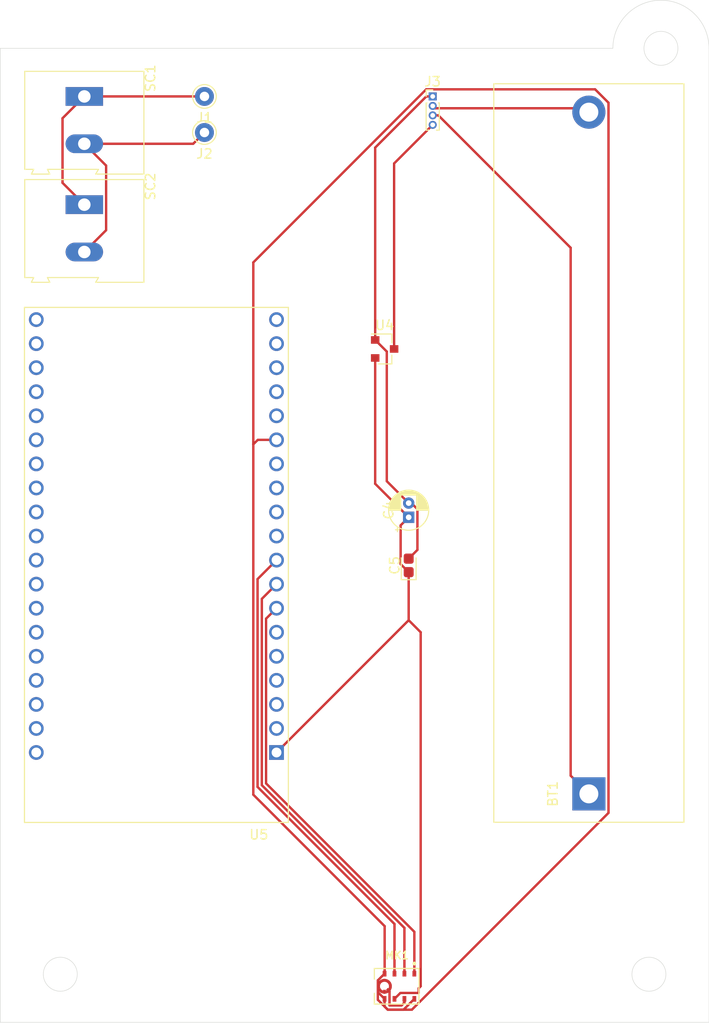
<source format=kicad_pcb>
(kicad_pcb (version 20171130) (host pcbnew "(5.1.10)-1")

  (general
    (thickness 1.6)
    (drawings 8)
    (tracks 82)
    (zones 0)
    (modules 11)
    (nets 12)
  )

  (page A4)
  (layers
    (0 F.Cu signal)
    (31 B.Cu signal)
    (32 B.Adhes user)
    (33 F.Adhes user)
    (34 B.Paste user)
    (35 F.Paste user)
    (36 B.SilkS user)
    (37 F.SilkS user)
    (38 B.Mask user)
    (39 F.Mask user)
    (40 Dwgs.User user)
    (41 Cmts.User user)
    (42 Eco1.User user)
    (43 Eco2.User user)
    (44 Edge.Cuts user)
    (45 Margin user)
    (46 B.CrtYd user)
    (47 F.CrtYd user)
    (48 B.Fab user)
    (49 F.Fab user)
  )

  (setup
    (last_trace_width 0.25)
    (trace_clearance 0.2)
    (zone_clearance 0.508)
    (zone_45_only no)
    (trace_min 0.2)
    (via_size 0.8)
    (via_drill 0.4)
    (via_min_size 0.4)
    (via_min_drill 0.3)
    (uvia_size 0.3)
    (uvia_drill 0.1)
    (uvias_allowed no)
    (uvia_min_size 0.2)
    (uvia_min_drill 0.1)
    (edge_width 0.05)
    (segment_width 0.2)
    (pcb_text_width 0.3)
    (pcb_text_size 1.5 1.5)
    (mod_edge_width 0.12)
    (mod_text_size 1 1)
    (mod_text_width 0.15)
    (pad_size 1.524 1.524)
    (pad_drill 0.762)
    (pad_to_mask_clearance 0)
    (aux_axis_origin 0 0)
    (visible_elements FFFFFF7F)
    (pcbplotparams
      (layerselection 0x010fc_ffffffff)
      (usegerberextensions false)
      (usegerberattributes true)
      (usegerberadvancedattributes true)
      (creategerberjobfile true)
      (excludeedgelayer true)
      (linewidth 0.100000)
      (plotframeref false)
      (viasonmask false)
      (mode 1)
      (useauxorigin false)
      (hpglpennumber 1)
      (hpglpenspeed 20)
      (hpglpendiameter 15.000000)
      (psnegative false)
      (psa4output false)
      (plotreference true)
      (plotvalue true)
      (plotinvisibletext false)
      (padsonsilk false)
      (subtractmaskfromsilk false)
      (outputformat 1)
      (mirror false)
      (drillshape 1)
      (scaleselection 1)
      (outputdirectory ""))
  )

  (net 0 "")
  (net 1 "Net-(BT1-Pad2)")
  (net 2 "Net-(BT1-Pad1)")
  (net 3 "Net-(C4-Pad1)")
  (net 4 "Net-(C4-Pad2)")
  (net 5 "Net-(J1-Pad1)")
  (net 6 "Net-(J2-Pad1)")
  (net 7 "Net-(J3-Pad4)")
  (net 8 "Net-(MK1-Pad1)")
  (net 9 "Net-(MK1-Pad2)")
  (net 10 "Net-(MK1-Pad4)")
  (net 11 "Net-(MK1-Pad3)")

  (net_class Default "Esta es la clase de red por defecto."
    (clearance 0.2)
    (trace_width 0.25)
    (via_dia 0.8)
    (via_drill 0.4)
    (uvia_dia 0.3)
    (uvia_drill 0.1)
    (add_net "Net-(BT1-Pad1)")
    (add_net "Net-(BT1-Pad2)")
    (add_net "Net-(C4-Pad1)")
    (add_net "Net-(C4-Pad2)")
    (add_net "Net-(J1-Pad1)")
    (add_net "Net-(J2-Pad1)")
    (add_net "Net-(J3-Pad4)")
    (add_net "Net-(MK1-Pad1)")
    (add_net "Net-(MK1-Pad2)")
    (add_net "Net-(MK1-Pad3)")
    (add_net "Net-(MK1-Pad4)")
  )

  (module ESP32-DEVKITC-32D:MODULE_ESP32-DEVKITC-32D (layer F.Cu) (tedit 6130C898) (tstamp 61349203)
    (at 91.44 114.3 180)
    (path /6130D9D7)
    (fp_text reference U5 (at -10.829175 -28.446045) (layer F.SilkS)
      (effects (font (size 1.000386 1.000386) (thickness 0.15)))
    )
    (fp_text value ESP32-DEVKITC-32D (at 1.24136 28.294535) (layer F.Fab)
      (effects (font (size 1.001047 1.001047) (thickness 0.15)))
    )
    (fp_line (start -13.95 -27.15) (end 13.95 -27.15) (layer F.Fab) (width 0.127))
    (fp_line (start 13.95 -27.15) (end 13.95 27.25) (layer F.Fab) (width 0.127))
    (fp_line (start 13.95 27.25) (end -13.95 27.25) (layer F.Fab) (width 0.127))
    (fp_line (start -13.95 27.25) (end -13.95 -27.15) (layer F.Fab) (width 0.127))
    (fp_line (start -13.95 27.25) (end -13.95 -27.15) (layer F.SilkS) (width 0.127))
    (fp_line (start -13.95 -27.15) (end 13.95 -27.15) (layer F.SilkS) (width 0.127))
    (fp_line (start 13.95 -27.15) (end 13.95 27.25) (layer F.SilkS) (width 0.127))
    (fp_line (start 13.95 27.25) (end -13.95 27.25) (layer F.SilkS) (width 0.127))
    (fp_line (start -14.2 -27.4) (end 14.2 -27.4) (layer F.CrtYd) (width 0.05))
    (fp_line (start 14.2 -27.4) (end 14.2 27.5) (layer F.CrtYd) (width 0.05))
    (fp_line (start 14.2 27.5) (end -14.2 27.5) (layer F.CrtYd) (width 0.05))
    (fp_line (start -14.2 27.5) (end -14.2 -27.4) (layer F.CrtYd) (width 0.05))
    (fp_circle (center -14.6 -19.9) (end -14.46 -19.9) (layer F.Fab) (width 0.28))
    (fp_circle (center -14.6 -19.9) (end -14.46 -19.9) (layer F.Fab) (width 0.28))
    (pad 1 thru_hole rect (at -12.7 -19.76 180) (size 1.56 1.56) (drill 1.04) (layers *.Cu *.Mask)
      (net 3 "Net-(C4-Pad1)"))
    (pad 2 thru_hole circle (at -12.7 -17.22 180) (size 1.56 1.56) (drill 1.04) (layers *.Cu *.Mask))
    (pad 19 thru_hole circle (at -12.7 25.96 180) (size 1.56 1.56) (drill 1.04) (layers *.Cu *.Mask))
    (pad 3 thru_hole circle (at -12.7 -14.68 180) (size 1.56 1.56) (drill 1.04) (layers *.Cu *.Mask))
    (pad 4 thru_hole circle (at -12.7 -12.14 180) (size 1.56 1.56) (drill 1.04) (layers *.Cu *.Mask))
    (pad 5 thru_hole circle (at -12.7 -9.6 180) (size 1.56 1.56) (drill 1.04) (layers *.Cu *.Mask))
    (pad 6 thru_hole circle (at -12.7 -7.06 180) (size 1.56 1.56) (drill 1.04) (layers *.Cu *.Mask))
    (pad 7 thru_hole circle (at -12.7 -4.52 180) (size 1.56 1.56) (drill 1.04) (layers *.Cu *.Mask)
      (net 8 "Net-(MK1-Pad1)"))
    (pad 8 thru_hole circle (at -12.7 -1.98 180) (size 1.56 1.56) (drill 1.04) (layers *.Cu *.Mask)
      (net 9 "Net-(MK1-Pad2)"))
    (pad 9 thru_hole circle (at -12.7 0.56 180) (size 1.56 1.56) (drill 1.04) (layers *.Cu *.Mask)
      (net 11 "Net-(MK1-Pad3)"))
    (pad 10 thru_hole circle (at -12.7 3.1 180) (size 1.56 1.56) (drill 1.04) (layers *.Cu *.Mask))
    (pad 11 thru_hole circle (at -12.7 5.64 180) (size 1.56 1.56) (drill 1.04) (layers *.Cu *.Mask))
    (pad 12 thru_hole circle (at -12.7 8.18 180) (size 1.56 1.56) (drill 1.04) (layers *.Cu *.Mask))
    (pad 13 thru_hole circle (at -12.7 10.72 180) (size 1.56 1.56) (drill 1.04) (layers *.Cu *.Mask))
    (pad 14 thru_hole circle (at -12.7 13.26 180) (size 1.56 1.56) (drill 1.04) (layers *.Cu *.Mask)
      (net 10 "Net-(MK1-Pad4)"))
    (pad 15 thru_hole circle (at -12.7 15.8 180) (size 1.56 1.56) (drill 1.04) (layers *.Cu *.Mask))
    (pad 16 thru_hole circle (at -12.7 18.34 180) (size 1.56 1.56) (drill 1.04) (layers *.Cu *.Mask))
    (pad 17 thru_hole circle (at -12.7 20.88 180) (size 1.56 1.56) (drill 1.04) (layers *.Cu *.Mask))
    (pad 18 thru_hole circle (at -12.7 23.42 180) (size 1.56 1.56) (drill 1.04) (layers *.Cu *.Mask))
    (pad 20 thru_hole circle (at 12.7 -19.76 180) (size 1.56 1.56) (drill 1.04) (layers *.Cu *.Mask))
    (pad 21 thru_hole circle (at 12.7 -17.22 180) (size 1.56 1.56) (drill 1.04) (layers *.Cu *.Mask))
    (pad 22 thru_hole circle (at 12.7 -14.68 180) (size 1.56 1.56) (drill 1.04) (layers *.Cu *.Mask))
    (pad 23 thru_hole circle (at 12.7 -12.14 180) (size 1.56 1.56) (drill 1.04) (layers *.Cu *.Mask))
    (pad 24 thru_hole circle (at 12.7 -9.6 180) (size 1.56 1.56) (drill 1.04) (layers *.Cu *.Mask))
    (pad 25 thru_hole circle (at 12.7 -7.06 180) (size 1.56 1.56) (drill 1.04) (layers *.Cu *.Mask))
    (pad 26 thru_hole circle (at 12.7 -4.52 180) (size 1.56 1.56) (drill 1.04) (layers *.Cu *.Mask))
    (pad 27 thru_hole circle (at 12.7 -1.98 180) (size 1.56 1.56) (drill 1.04) (layers *.Cu *.Mask))
    (pad 28 thru_hole circle (at 12.7 0.56 180) (size 1.56 1.56) (drill 1.04) (layers *.Cu *.Mask))
    (pad 29 thru_hole circle (at 12.7 3.1 180) (size 1.56 1.56) (drill 1.04) (layers *.Cu *.Mask))
    (pad 30 thru_hole circle (at 12.7 5.64 180) (size 1.56 1.56) (drill 1.04) (layers *.Cu *.Mask))
    (pad 31 thru_hole circle (at 12.7 8.18 180) (size 1.56 1.56) (drill 1.04) (layers *.Cu *.Mask))
    (pad 32 thru_hole circle (at 12.7 10.72 180) (size 1.56 1.56) (drill 1.04) (layers *.Cu *.Mask))
    (pad 33 thru_hole circle (at 12.7 13.26 180) (size 1.56 1.56) (drill 1.04) (layers *.Cu *.Mask))
    (pad 34 thru_hole circle (at 12.7 15.8 180) (size 1.56 1.56) (drill 1.04) (layers *.Cu *.Mask))
    (pad 35 thru_hole circle (at 12.7 18.34 180) (size 1.56 1.56) (drill 1.04) (layers *.Cu *.Mask))
    (pad 36 thru_hole circle (at 12.7 20.88 180) (size 1.56 1.56) (drill 1.04) (layers *.Cu *.Mask))
    (pad 37 thru_hole circle (at 12.7 23.42 180) (size 1.56 1.56) (drill 1.04) (layers *.Cu *.Mask))
    (pad 38 thru_hole circle (at 12.7 25.96 180) (size 1.56 1.56) (drill 1.04) (layers *.Cu *.Mask))
    (model C:/Users/joser/Downloads/ESP32-DEVKITC-32D/ESP32-DEVKITC-32D.step
      (offset (xyz 0 -3 3))
      (scale (xyz 1 1 1))
      (rotate (xyz -90 0 0))
    )
  )

  (module Battery:BatteryHolder_MPD_BH-18650-PC2 (layer F.Cu) (tedit 5C1007C1) (tstamp 61349013)
    (at 137.16 138.43 90)
    (descr "18650 Battery Holder (http://www.memoryprotectiondevices.com/datasheets/BK-18650-PC2-datasheet.pdf)")
    (tags "18650 Battery Holder")
    (path /6130E836)
    (fp_text reference BT1 (at 0 -3.81 90) (layer F.SilkS)
      (effects (font (size 1 1) (thickness 0.15)))
    )
    (fp_text value 3.7V (at 0 3.81 90) (layer F.Fab)
      (effects (font (size 1 1) (thickness 0.15)))
    )
    (fp_line (start -3.2 -10.25) (end 75.2 -10.25) (layer F.CrtYd) (width 0.05))
    (fp_line (start 75.2 -10.25) (end 75.2 10.25) (layer F.CrtYd) (width 0.05))
    (fp_line (start 75.2 10.25) (end -3.2 10.25) (layer F.CrtYd) (width 0.05))
    (fp_line (start -3.2 10.25) (end -3.2 -10.25) (layer F.CrtYd) (width 0.05))
    (fp_line (start -2.8 -9.85) (end 74.8 -9.85) (layer F.Fab) (width 0.1))
    (fp_line (start 74.8 -9.85) (end 74.8 9.85) (layer F.Fab) (width 0.1))
    (fp_line (start 74.8 9.85) (end -2.8 9.85) (layer F.Fab) (width 0.1))
    (fp_line (start -2.8 9.85) (end -2.8 -9.85) (layer F.Fab) (width 0.1))
    (fp_line (start -3 -10.05) (end 75 -10.05) (layer F.SilkS) (width 0.12))
    (fp_line (start 75 -10.05) (end 75 10.05) (layer F.SilkS) (width 0.12))
    (fp_line (start 75 10.05) (end -3 10.05) (layer F.SilkS) (width 0.12))
    (fp_line (start -3 10.05) (end -3 -10.05) (layer F.SilkS) (width 0.12))
    (fp_text user %R (at 1.27 -1.27 90) (layer F.Fab)
      (effects (font (size 1 1) (thickness 0.15)))
    )
    (pad 2 thru_hole circle (at 72 0 90) (size 3.5 3.5) (drill 2) (layers *.Cu *.Mask)
      (net 1 "Net-(BT1-Pad2)"))
    (pad 1 thru_hole rect (at 0 0 90) (size 3.5 3.5) (drill 2) (layers *.Cu *.Mask)
      (net 2 "Net-(BT1-Pad1)"))
    (pad "" np_thru_hole circle (at 8.645 0 90) (size 3.2 3.2) (drill 3.2) (layers *.Cu *.Mask))
    (pad "" np_thru_hole circle (at 64.255 0 90) (size 3.2 3.2) (drill 3.2) (layers *.Cu *.Mask))
    (model ${KISYS3DMOD}/Battery.3dshapes/BatteryHolder_MPD_BH-18650-PC2.wrl
      (at (xyz 0 0 0))
      (scale (xyz 1 1 1))
      (rotate (xyz 0 0 0))
    )
  )

  (module Capacitor_THT:CP_Radial_D4.0mm_P1.50mm (layer F.Cu) (tedit 5AE50EF0) (tstamp 6134907E)
    (at 118.11 109.22 90)
    (descr "CP, Radial series, Radial, pin pitch=1.50mm, , diameter=4mm, Electrolytic Capacitor")
    (tags "CP Radial series Radial pin pitch 1.50mm  diameter 4mm Electrolytic Capacitor")
    (path /61311814)
    (fp_text reference C4 (at 0.75 -2.12 90) (layer F.SilkS)
      (effects (font (size 1 1) (thickness 0.15)))
    )
    (fp_text value 100uF (at 0.75 3.25 90) (layer F.Fab)
      (effects (font (size 1 1) (thickness 0.15)))
    )
    (fp_line (start -1.319801 -1.395) (end -1.319801 -0.995) (layer F.SilkS) (width 0.12))
    (fp_line (start -1.519801 -1.195) (end -1.119801 -1.195) (layer F.SilkS) (width 0.12))
    (fp_line (start 2.831 -0.37) (end 2.831 0.37) (layer F.SilkS) (width 0.12))
    (fp_line (start 2.791 -0.537) (end 2.791 0.537) (layer F.SilkS) (width 0.12))
    (fp_line (start 2.751 -0.664) (end 2.751 0.664) (layer F.SilkS) (width 0.12))
    (fp_line (start 2.711 -0.768) (end 2.711 0.768) (layer F.SilkS) (width 0.12))
    (fp_line (start 2.671 -0.859) (end 2.671 0.859) (layer F.SilkS) (width 0.12))
    (fp_line (start 2.631 -0.94) (end 2.631 0.94) (layer F.SilkS) (width 0.12))
    (fp_line (start 2.591 -1.013) (end 2.591 1.013) (layer F.SilkS) (width 0.12))
    (fp_line (start 2.551 -1.08) (end 2.551 1.08) (layer F.SilkS) (width 0.12))
    (fp_line (start 2.511 -1.142) (end 2.511 1.142) (layer F.SilkS) (width 0.12))
    (fp_line (start 2.471 -1.2) (end 2.471 1.2) (layer F.SilkS) (width 0.12))
    (fp_line (start 2.431 -1.254) (end 2.431 1.254) (layer F.SilkS) (width 0.12))
    (fp_line (start 2.391 -1.304) (end 2.391 1.304) (layer F.SilkS) (width 0.12))
    (fp_line (start 2.351 -1.351) (end 2.351 1.351) (layer F.SilkS) (width 0.12))
    (fp_line (start 2.311 0.84) (end 2.311 1.396) (layer F.SilkS) (width 0.12))
    (fp_line (start 2.311 -1.396) (end 2.311 -0.84) (layer F.SilkS) (width 0.12))
    (fp_line (start 2.271 0.84) (end 2.271 1.438) (layer F.SilkS) (width 0.12))
    (fp_line (start 2.271 -1.438) (end 2.271 -0.84) (layer F.SilkS) (width 0.12))
    (fp_line (start 2.231 0.84) (end 2.231 1.478) (layer F.SilkS) (width 0.12))
    (fp_line (start 2.231 -1.478) (end 2.231 -0.84) (layer F.SilkS) (width 0.12))
    (fp_line (start 2.191 0.84) (end 2.191 1.516) (layer F.SilkS) (width 0.12))
    (fp_line (start 2.191 -1.516) (end 2.191 -0.84) (layer F.SilkS) (width 0.12))
    (fp_line (start 2.151 0.84) (end 2.151 1.552) (layer F.SilkS) (width 0.12))
    (fp_line (start 2.151 -1.552) (end 2.151 -0.84) (layer F.SilkS) (width 0.12))
    (fp_line (start 2.111 0.84) (end 2.111 1.587) (layer F.SilkS) (width 0.12))
    (fp_line (start 2.111 -1.587) (end 2.111 -0.84) (layer F.SilkS) (width 0.12))
    (fp_line (start 2.071 0.84) (end 2.071 1.619) (layer F.SilkS) (width 0.12))
    (fp_line (start 2.071 -1.619) (end 2.071 -0.84) (layer F.SilkS) (width 0.12))
    (fp_line (start 2.031 0.84) (end 2.031 1.65) (layer F.SilkS) (width 0.12))
    (fp_line (start 2.031 -1.65) (end 2.031 -0.84) (layer F.SilkS) (width 0.12))
    (fp_line (start 1.991 0.84) (end 1.991 1.68) (layer F.SilkS) (width 0.12))
    (fp_line (start 1.991 -1.68) (end 1.991 -0.84) (layer F.SilkS) (width 0.12))
    (fp_line (start 1.951 0.84) (end 1.951 1.708) (layer F.SilkS) (width 0.12))
    (fp_line (start 1.951 -1.708) (end 1.951 -0.84) (layer F.SilkS) (width 0.12))
    (fp_line (start 1.911 0.84) (end 1.911 1.735) (layer F.SilkS) (width 0.12))
    (fp_line (start 1.911 -1.735) (end 1.911 -0.84) (layer F.SilkS) (width 0.12))
    (fp_line (start 1.871 0.84) (end 1.871 1.76) (layer F.SilkS) (width 0.12))
    (fp_line (start 1.871 -1.76) (end 1.871 -0.84) (layer F.SilkS) (width 0.12))
    (fp_line (start 1.831 0.84) (end 1.831 1.785) (layer F.SilkS) (width 0.12))
    (fp_line (start 1.831 -1.785) (end 1.831 -0.84) (layer F.SilkS) (width 0.12))
    (fp_line (start 1.791 0.84) (end 1.791 1.808) (layer F.SilkS) (width 0.12))
    (fp_line (start 1.791 -1.808) (end 1.791 -0.84) (layer F.SilkS) (width 0.12))
    (fp_line (start 1.751 0.84) (end 1.751 1.83) (layer F.SilkS) (width 0.12))
    (fp_line (start 1.751 -1.83) (end 1.751 -0.84) (layer F.SilkS) (width 0.12))
    (fp_line (start 1.711 0.84) (end 1.711 1.851) (layer F.SilkS) (width 0.12))
    (fp_line (start 1.711 -1.851) (end 1.711 -0.84) (layer F.SilkS) (width 0.12))
    (fp_line (start 1.671 0.84) (end 1.671 1.87) (layer F.SilkS) (width 0.12))
    (fp_line (start 1.671 -1.87) (end 1.671 -0.84) (layer F.SilkS) (width 0.12))
    (fp_line (start 1.631 0.84) (end 1.631 1.889) (layer F.SilkS) (width 0.12))
    (fp_line (start 1.631 -1.889) (end 1.631 -0.84) (layer F.SilkS) (width 0.12))
    (fp_line (start 1.591 0.84) (end 1.591 1.907) (layer F.SilkS) (width 0.12))
    (fp_line (start 1.591 -1.907) (end 1.591 -0.84) (layer F.SilkS) (width 0.12))
    (fp_line (start 1.551 0.84) (end 1.551 1.924) (layer F.SilkS) (width 0.12))
    (fp_line (start 1.551 -1.924) (end 1.551 -0.84) (layer F.SilkS) (width 0.12))
    (fp_line (start 1.511 0.84) (end 1.511 1.94) (layer F.SilkS) (width 0.12))
    (fp_line (start 1.511 -1.94) (end 1.511 -0.84) (layer F.SilkS) (width 0.12))
    (fp_line (start 1.471 0.84) (end 1.471 1.954) (layer F.SilkS) (width 0.12))
    (fp_line (start 1.471 -1.954) (end 1.471 -0.84) (layer F.SilkS) (width 0.12))
    (fp_line (start 1.43 0.84) (end 1.43 1.968) (layer F.SilkS) (width 0.12))
    (fp_line (start 1.43 -1.968) (end 1.43 -0.84) (layer F.SilkS) (width 0.12))
    (fp_line (start 1.39 0.84) (end 1.39 1.982) (layer F.SilkS) (width 0.12))
    (fp_line (start 1.39 -1.982) (end 1.39 -0.84) (layer F.SilkS) (width 0.12))
    (fp_line (start 1.35 0.84) (end 1.35 1.994) (layer F.SilkS) (width 0.12))
    (fp_line (start 1.35 -1.994) (end 1.35 -0.84) (layer F.SilkS) (width 0.12))
    (fp_line (start 1.31 0.84) (end 1.31 2.005) (layer F.SilkS) (width 0.12))
    (fp_line (start 1.31 -2.005) (end 1.31 -0.84) (layer F.SilkS) (width 0.12))
    (fp_line (start 1.27 0.84) (end 1.27 2.016) (layer F.SilkS) (width 0.12))
    (fp_line (start 1.27 -2.016) (end 1.27 -0.84) (layer F.SilkS) (width 0.12))
    (fp_line (start 1.23 0.84) (end 1.23 2.025) (layer F.SilkS) (width 0.12))
    (fp_line (start 1.23 -2.025) (end 1.23 -0.84) (layer F.SilkS) (width 0.12))
    (fp_line (start 1.19 0.84) (end 1.19 2.034) (layer F.SilkS) (width 0.12))
    (fp_line (start 1.19 -2.034) (end 1.19 -0.84) (layer F.SilkS) (width 0.12))
    (fp_line (start 1.15 0.84) (end 1.15 2.042) (layer F.SilkS) (width 0.12))
    (fp_line (start 1.15 -2.042) (end 1.15 -0.84) (layer F.SilkS) (width 0.12))
    (fp_line (start 1.11 0.84) (end 1.11 2.05) (layer F.SilkS) (width 0.12))
    (fp_line (start 1.11 -2.05) (end 1.11 -0.84) (layer F.SilkS) (width 0.12))
    (fp_line (start 1.07 0.84) (end 1.07 2.056) (layer F.SilkS) (width 0.12))
    (fp_line (start 1.07 -2.056) (end 1.07 -0.84) (layer F.SilkS) (width 0.12))
    (fp_line (start 1.03 0.84) (end 1.03 2.062) (layer F.SilkS) (width 0.12))
    (fp_line (start 1.03 -2.062) (end 1.03 -0.84) (layer F.SilkS) (width 0.12))
    (fp_line (start 0.99 0.84) (end 0.99 2.067) (layer F.SilkS) (width 0.12))
    (fp_line (start 0.99 -2.067) (end 0.99 -0.84) (layer F.SilkS) (width 0.12))
    (fp_line (start 0.95 0.84) (end 0.95 2.071) (layer F.SilkS) (width 0.12))
    (fp_line (start 0.95 -2.071) (end 0.95 -0.84) (layer F.SilkS) (width 0.12))
    (fp_line (start 0.91 0.84) (end 0.91 2.074) (layer F.SilkS) (width 0.12))
    (fp_line (start 0.91 -2.074) (end 0.91 -0.84) (layer F.SilkS) (width 0.12))
    (fp_line (start 0.87 0.84) (end 0.87 2.077) (layer F.SilkS) (width 0.12))
    (fp_line (start 0.87 -2.077) (end 0.87 -0.84) (layer F.SilkS) (width 0.12))
    (fp_line (start 0.83 -2.079) (end 0.83 -0.84) (layer F.SilkS) (width 0.12))
    (fp_line (start 0.83 0.84) (end 0.83 2.079) (layer F.SilkS) (width 0.12))
    (fp_line (start 0.79 -2.08) (end 0.79 -0.84) (layer F.SilkS) (width 0.12))
    (fp_line (start 0.79 0.84) (end 0.79 2.08) (layer F.SilkS) (width 0.12))
    (fp_line (start 0.75 -2.08) (end 0.75 -0.84) (layer F.SilkS) (width 0.12))
    (fp_line (start 0.75 0.84) (end 0.75 2.08) (layer F.SilkS) (width 0.12))
    (fp_line (start -0.752554 -1.0675) (end -0.752554 -0.6675) (layer F.Fab) (width 0.1))
    (fp_line (start -0.952554 -0.8675) (end -0.552554 -0.8675) (layer F.Fab) (width 0.1))
    (fp_circle (center 0.75 0) (end 3 0) (layer F.CrtYd) (width 0.05))
    (fp_circle (center 0.75 0) (end 2.87 0) (layer F.SilkS) (width 0.12))
    (fp_circle (center 0.75 0) (end 2.75 0) (layer F.Fab) (width 0.1))
    (fp_text user %R (at 0.23 0 90) (layer F.Fab)
      (effects (font (size 0.8 0.8) (thickness 0.12)))
    )
    (pad 1 thru_hole rect (at 0 0 90) (size 1.2 1.2) (drill 0.6) (layers *.Cu *.Mask)
      (net 3 "Net-(C4-Pad1)"))
    (pad 2 thru_hole circle (at 1.5 0 90) (size 1.2 1.2) (drill 0.6) (layers *.Cu *.Mask)
      (net 4 "Net-(C4-Pad2)"))
    (model ${KISYS3DMOD}/Capacitor_THT.3dshapes/CP_Radial_D4.0mm_P1.50mm.wrl
      (at (xyz 0 0 0))
      (scale (xyz 1 1 1))
      (rotate (xyz 0 0 0))
    )
  )

  (module Capacitor_Tantalum_SMD:CP_EIA-1608-08_AVX-J (layer F.Cu) (tedit 5EBA9318) (tstamp 61349091)
    (at 118.11 114.3 90)
    (descr "Tantalum Capacitor SMD AVX-J (1608-08 Metric), IPC_7351 nominal, (Body size from: https://www.vishay.com/docs/48064/_t58_vmn_pt0471_1601.pdf), generated with kicad-footprint-generator")
    (tags "capacitor tantalum")
    (path /613109AA)
    (attr smd)
    (fp_text reference C5 (at 0 -1.48 90) (layer F.SilkS)
      (effects (font (size 1 1) (thickness 0.15)))
    )
    (fp_text value 100nF (at 0 1.48 90) (layer F.Fab)
      (effects (font (size 1 1) (thickness 0.15)))
    )
    (fp_line (start 1.5 0.78) (end -1.5 0.78) (layer F.CrtYd) (width 0.05))
    (fp_line (start 1.5 -0.78) (end 1.5 0.78) (layer F.CrtYd) (width 0.05))
    (fp_line (start -1.5 -0.78) (end 1.5 -0.78) (layer F.CrtYd) (width 0.05))
    (fp_line (start -1.5 0.78) (end -1.5 -0.78) (layer F.CrtYd) (width 0.05))
    (fp_line (start -1.51 0.785) (end 0.8 0.785) (layer F.SilkS) (width 0.12))
    (fp_line (start -1.51 -0.785) (end -1.51 0.785) (layer F.SilkS) (width 0.12))
    (fp_line (start 0.8 -0.785) (end -1.51 -0.785) (layer F.SilkS) (width 0.12))
    (fp_line (start 0.8 0.425) (end 0.8 -0.425) (layer F.Fab) (width 0.1))
    (fp_line (start -0.8 0.425) (end 0.8 0.425) (layer F.Fab) (width 0.1))
    (fp_line (start -0.8 -0.125) (end -0.8 0.425) (layer F.Fab) (width 0.1))
    (fp_line (start -0.5 -0.425) (end -0.8 -0.125) (layer F.Fab) (width 0.1))
    (fp_line (start 0.8 -0.425) (end -0.5 -0.425) (layer F.Fab) (width 0.1))
    (fp_text user %R (at 0.8 -0.425 90) (layer F.Fab)
      (effects (font (size 0.4 0.4) (thickness 0.06)))
    )
    (pad 1 smd roundrect (at -0.7125 0 90) (size 1.075 1.05) (layers F.Cu F.Paste F.Mask) (roundrect_rratio 0.238095)
      (net 3 "Net-(C4-Pad1)"))
    (pad 2 smd roundrect (at 0.7125 0 90) (size 1.075 1.05) (layers F.Cu F.Paste F.Mask) (roundrect_rratio 0.238095)
      (net 4 "Net-(C4-Pad2)"))
    (model ${KISYS3DMOD}/Capacitor_Tantalum_SMD.3dshapes/CP_EIA-1608-08_AVX-J.wrl
      (at (xyz 0 0 0))
      (scale (xyz 1 1 1))
      (rotate (xyz 0 0 0))
    )
  )

  (module Connector_Pin:Pin_D1.0mm_L10.0mm (layer F.Cu) (tedit 5A1DC084) (tstamp 6134909B)
    (at 96.52 64.77)
    (descr "solder Pin_ diameter 1.0mm, hole diameter 1.0mm (press fit), length 10.0mm")
    (tags "solder Pin_ press fit")
    (path /6135E8D3)
    (fp_text reference J1 (at 0 2.25) (layer F.SilkS)
      (effects (font (size 1 1) (thickness 0.15)))
    )
    (fp_text value Conn_01x01 (at 0 -2.05) (layer F.Fab)
      (effects (font (size 1 1) (thickness 0.15)))
    )
    (fp_circle (center 0 0) (end 1.25 0.05) (layer F.SilkS) (width 0.12))
    (fp_circle (center 0 0) (end 1 0) (layer F.Fab) (width 0.12))
    (fp_circle (center 0 0) (end 0.5 0) (layer F.Fab) (width 0.12))
    (fp_circle (center 0 0) (end 1.5 0) (layer F.CrtYd) (width 0.05))
    (fp_text user %R (at 0 2.25) (layer F.Fab)
      (effects (font (size 1 1) (thickness 0.15)))
    )
    (pad 1 thru_hole circle (at 0 0) (size 2 2) (drill 1) (layers *.Cu *.Mask)
      (net 5 "Net-(J1-Pad1)"))
    (model ${KISYS3DMOD}/Connector_Pin.3dshapes/Pin_D1.0mm_L10.0mm.wrl
      (at (xyz 0 0 0))
      (scale (xyz 1 1 1))
      (rotate (xyz 0 0 0))
    )
  )

  (module Connector_Pin:Pin_D1.0mm_L10.0mm (layer F.Cu) (tedit 5A1DC084) (tstamp 613490A5)
    (at 96.52 68.58)
    (descr "solder Pin_ diameter 1.0mm, hole diameter 1.0mm (press fit), length 10.0mm")
    (tags "solder Pin_ press fit")
    (path /6135F017)
    (fp_text reference J2 (at 0 2.25) (layer F.SilkS)
      (effects (font (size 1 1) (thickness 0.15)))
    )
    (fp_text value Conn_01x01 (at 0 -2.05) (layer F.Fab)
      (effects (font (size 1 1) (thickness 0.15)))
    )
    (fp_text user %R (at 0 2.25) (layer F.Fab)
      (effects (font (size 1 1) (thickness 0.15)))
    )
    (fp_circle (center 0 0) (end 1.5 0) (layer F.CrtYd) (width 0.05))
    (fp_circle (center 0 0) (end 0.5 0) (layer F.Fab) (width 0.12))
    (fp_circle (center 0 0) (end 1 0) (layer F.Fab) (width 0.12))
    (fp_circle (center 0 0) (end 1.25 0.05) (layer F.SilkS) (width 0.12))
    (pad 1 thru_hole circle (at 0 0) (size 2 2) (drill 1) (layers *.Cu *.Mask)
      (net 6 "Net-(J2-Pad1)"))
    (model ${KISYS3DMOD}/Connector_Pin.3dshapes/Pin_D1.0mm_L10.0mm.wrl
      (at (xyz 0 0 0))
      (scale (xyz 1 1 1))
      (rotate (xyz 0 0 0))
    )
  )

  (module Connector_PinHeader_1.00mm:PinHeader_1x04_P1.00mm_Vertical (layer F.Cu) (tedit 59FED738) (tstamp 613490BF)
    (at 120.65 64.77)
    (descr "Through hole straight pin header, 1x04, 1.00mm pitch, single row")
    (tags "Through hole pin header THT 1x04 1.00mm single row")
    (path /6135F814)
    (fp_text reference J3 (at 0 -1.56) (layer F.SilkS)
      (effects (font (size 1 1) (thickness 0.15)))
    )
    (fp_text value Conn_01x04 (at 0 4.56) (layer F.Fab)
      (effects (font (size 1 1) (thickness 0.15)))
    )
    (fp_line (start 1.15 -1) (end -1.15 -1) (layer F.CrtYd) (width 0.05))
    (fp_line (start 1.15 4) (end 1.15 -1) (layer F.CrtYd) (width 0.05))
    (fp_line (start -1.15 4) (end 1.15 4) (layer F.CrtYd) (width 0.05))
    (fp_line (start -1.15 -1) (end -1.15 4) (layer F.CrtYd) (width 0.05))
    (fp_line (start -0.695 -0.685) (end 0 -0.685) (layer F.SilkS) (width 0.12))
    (fp_line (start -0.695 0) (end -0.695 -0.685) (layer F.SilkS) (width 0.12))
    (fp_line (start 0.608276 0.685) (end 0.695 0.685) (layer F.SilkS) (width 0.12))
    (fp_line (start -0.695 0.685) (end -0.608276 0.685) (layer F.SilkS) (width 0.12))
    (fp_line (start 0.695 0.685) (end 0.695 3.56) (layer F.SilkS) (width 0.12))
    (fp_line (start -0.695 0.685) (end -0.695 3.56) (layer F.SilkS) (width 0.12))
    (fp_line (start 0.394493 3.56) (end 0.695 3.56) (layer F.SilkS) (width 0.12))
    (fp_line (start -0.695 3.56) (end -0.394493 3.56) (layer F.SilkS) (width 0.12))
    (fp_line (start -0.635 -0.1825) (end -0.3175 -0.5) (layer F.Fab) (width 0.1))
    (fp_line (start -0.635 3.5) (end -0.635 -0.1825) (layer F.Fab) (width 0.1))
    (fp_line (start 0.635 3.5) (end -0.635 3.5) (layer F.Fab) (width 0.1))
    (fp_line (start 0.635 -0.5) (end 0.635 3.5) (layer F.Fab) (width 0.1))
    (fp_line (start -0.3175 -0.5) (end 0.635 -0.5) (layer F.Fab) (width 0.1))
    (fp_text user %R (at 0 1.27 90) (layer F.Fab)
      (effects (font (size 0.76 0.76) (thickness 0.114)))
    )
    (pad 1 thru_hole rect (at 0 0) (size 0.85 0.85) (drill 0.5) (layers *.Cu *.Mask)
      (net 4 "Net-(C4-Pad2)"))
    (pad 2 thru_hole oval (at 0 1) (size 0.85 0.85) (drill 0.5) (layers *.Cu *.Mask)
      (net 1 "Net-(BT1-Pad2)"))
    (pad 3 thru_hole oval (at 0 2) (size 0.85 0.85) (drill 0.5) (layers *.Cu *.Mask)
      (net 2 "Net-(BT1-Pad1)"))
    (pad 4 thru_hole oval (at 0 3) (size 0.85 0.85) (drill 0.5) (layers *.Cu *.Mask)
      (net 7 "Net-(J3-Pad4)"))
    (model ${KISYS3DMOD}/Connector_PinHeader_1.00mm.3dshapes/PinHeader_1x04_P1.00mm_Vertical.wrl
      (at (xyz 0 0 0))
      (scale (xyz 1 1 1))
      (rotate (xyz 0 0 0))
    )
  )

  (module INMP441ACEZ-R7:MIC_INMP441ACEZ-R7 (layer F.Cu) (tedit 6130C780) (tstamp 613490E8)
    (at 116.84 158.75)
    (path /6130FB8C)
    (fp_text reference MK1 (at 0.04 -3.258) (layer F.SilkS)
      (effects (font (size 0.8 0.8) (thickness 0.15)))
    )
    (fp_text value INMP441ACEZ-R7 (at 6.644 3.258) (layer F.Fab)
      (effects (font (size 0.8 0.8) (thickness 0.15)))
    )
    (fp_poly (pts (xy -1.66123 0.371228) (xy -1.640565 0.391125) (xy -1.622312 0.406992) (xy -1.60334 0.421993)
      (xy -1.583692 0.436094) (xy -1.563408 0.449267) (xy -1.542534 0.461481) (xy -1.521114 0.472711)
      (xy -1.499194 0.482932) (xy -1.476823 0.492122) (xy -1.454049 0.500262) (xy -1.43092 0.507333)
      (xy -1.407488 0.51332) (xy -1.383802 0.518211) (xy -1.359914 0.521995) (xy -1.335877 0.524662)
      (xy -1.311741 0.526209) (xy -1.287559 0.526631) (xy -1.263384 0.525928) (xy -1.239268 0.5241)
      (xy -1.215263 0.521153) (xy -1.191421 0.517092) (xy -1.167794 0.511926) (xy -1.144432 0.505666)
      (xy -1.121388 0.498327) (xy -1.098709 0.489923) (xy -1.076447 0.480473) (xy -1.054648 0.469997)
      (xy -1.03336 0.458519) (xy -1.012629 0.446062) (xy -0.9962 0.435222) (xy -0.799409 0.632009)
      (xy -0.829336 0.654211) (xy -0.86136 0.675689) (xy -0.894382 0.695597) (xy -0.928328 0.713887)
      (xy -0.963116 0.730517) (xy -0.998667 0.745449) (xy -1.034896 0.758648) (xy -1.071721 0.770082)
      (xy -1.109055 0.779726) (xy -1.146811 0.787556) (xy -1.1849 0.793555) (xy -1.223235 0.797708)
      (xy -1.261726 0.800006) (xy -1.300282 0.800443) (xy -1.338815 0.799019) (xy -1.377234 0.795737)
      (xy -1.41545 0.790604) (xy -1.453374 0.783632) (xy -1.490917 0.774838) (xy -1.527992 0.764242)
      (xy -1.564512 0.751869) (xy -1.600392 0.737747) (xy -1.635548 0.72191) (xy -1.6699 0.704395)
      (xy -1.703366 0.685242) (xy -1.735868 0.664496) (xy -1.767331 0.642205) (xy -1.797682 0.618421)
      (xy -1.826849 0.5932) (xy -1.85568 0.565684) (xy -1.883199 0.53685) (xy -1.90842 0.507683)
      (xy -1.932204 0.477332) (xy -1.954495 0.445869) (xy -1.975241 0.413367) (xy -1.994394 0.379901)
      (xy -2.01191 0.345549) (xy -2.027747 0.310392) (xy -2.041868 0.274512) (xy -2.054241 0.237992)
      (xy -2.064837 0.200917) (xy -2.073632 0.163374) (xy -2.080603 0.12545) (xy -2.085736 0.087234)
      (xy -2.089019 0.048815) (xy -2.090443 0.010282) (xy -2.090006 -0.028275) (xy -2.087708 -0.066766)
      (xy -2.083554 -0.105101) (xy -2.077556 -0.143191) (xy -2.069725 -0.180947) (xy -2.060082 -0.218281)
      (xy -2.048647 -0.255105) (xy -2.035449 -0.291336) (xy -2.020517 -0.326886) (xy -2.003886 -0.361675)
      (xy -1.985596 -0.39562) (xy -1.965688 -0.428643) (xy -1.94421 -0.460666) (xy -1.92201 -0.490591)
      (xy -1.72522 -0.2938) (xy -1.736062 -0.277369) (xy -1.748518 -0.256638) (xy -1.759997 -0.23535)
      (xy -1.770472 -0.213551) (xy -1.779922 -0.191289) (xy -1.788326 -0.16861) (xy -1.795666 -0.145566)
      (xy -1.801925 -0.122205) (xy -1.807091 -0.098578) (xy -1.811152 -0.074736) (xy -1.8141 -0.050731)
      (xy -1.815927 -0.026615) (xy -1.816631 -0.00244) (xy -1.816209 0.021742) (xy -1.814662 0.045878)
      (xy -1.811994 0.069915) (xy -1.80821 0.093803) (xy -1.80332 0.117488) (xy -1.797332 0.140921)
      (xy -1.790261 0.164049) (xy -1.782122 0.186824) (xy -1.772932 0.209195) (xy -1.76271 0.231114)
      (xy -1.751481 0.252534) (xy -1.739266 0.273408) (xy -1.726094 0.293692) (xy -1.711992 0.313341)
      (xy -1.696992 0.332312) (xy -1.681125 0.350565) (xy -1.66123 0.371228)) (layer F.Paste) (width 0.01))
    (fp_circle (center -1.29 0) (end -0.85 0) (layer F.Mask) (width 0.88))
    (fp_line (start 2.36 -1.88) (end 2.36 1.88) (layer F.SilkS) (width 0.127))
    (fp_line (start 2.36 1.88) (end -2.36 1.88) (layer F.SilkS) (width 0.127))
    (fp_line (start 2.36 -1.88) (end -2.36 -1.88) (layer F.SilkS) (width 0.127))
    (fp_line (start -2.36 -1.88) (end -2.36 -0.75) (layer F.SilkS) (width 0.127))
    (fp_line (start -2.36 0.75) (end -2.36 1.88) (layer F.SilkS) (width 0.127))
    (fp_line (start 2.61 -2.13) (end 2.61 2.13) (layer F.CrtYd) (width 0.05))
    (fp_line (start 2.61 2.13) (end -2.61 2.13) (layer F.CrtYd) (width 0.05))
    (fp_line (start 2.61 -2.13) (end -2.61 -2.13) (layer F.CrtYd) (width 0.05))
    (fp_line (start -2.61 -2.13) (end -2.61 2.13) (layer F.CrtYd) (width 0.05))
    (fp_circle (center 1.87 -2.4) (end 1.97 -2.4) (layer F.SilkS) (width 0.2))
    (fp_circle (center 1.87 -2.4) (end 1.97 -2.4) (layer F.Fab) (width 0.2))
    (fp_poly (pts (xy 0.645 -1.605) (xy 0.995 -1.605) (xy 0.995 -1.055) (xy 0.645 -1.055)) (layer F.Paste) (width 0.01))
    (fp_poly (pts (xy -0.51 -0.0025) (xy -0.81 -0.0025) (xy -0.810654 -0.026306) (xy -0.812621 -0.051293)
      (xy -0.815893 -0.076143) (xy -0.82046 -0.100788) (xy -0.826311 -0.12516) (xy -0.83343 -0.149192)
      (xy -0.841797 -0.172819) (xy -0.851389 -0.195976) (xy -0.862179 -0.218599) (xy -0.874139 -0.240626)
      (xy -0.887235 -0.261997) (xy -0.901432 -0.282653) (xy -0.91669 -0.302538) (xy -0.932968 -0.321597)
      (xy -0.950221 -0.339779) (xy -0.968403 -0.357032) (xy -0.987462 -0.37331) (xy -1.007347 -0.388568)
      (xy -1.028003 -0.402765) (xy -1.049374 -0.415861) (xy -1.071401 -0.427821) (xy -1.094024 -0.438611)
      (xy -1.117181 -0.448203) (xy -1.140808 -0.45657) (xy -1.16484 -0.463689) (xy -1.189212 -0.46954)
      (xy -1.213857 -0.474107) (xy -1.238707 -0.477379) (xy -1.263694 -0.479346) (xy -1.29 -0.48)
      (xy -1.315121 -0.479342) (xy -1.340174 -0.477371) (xy -1.365089 -0.47409) (xy -1.389798 -0.469511)
      (xy -1.414233 -0.463644) (xy -1.438328 -0.456507) (xy -1.462017 -0.448119) (xy -1.485234 -0.438502)
      (xy -1.507915 -0.427683) (xy -1.53 -0.415692) (xy -1.551427 -0.402562) (xy -1.572137 -0.388328)
      (xy -1.592074 -0.37303) (xy -1.611183 -0.35671) (xy -1.629411 -0.339411) (xy -1.64671 -0.321183)
      (xy -1.66303 -0.302074) (xy -1.678328 -0.282137) (xy -1.692562 -0.261427) (xy -1.705692 -0.24)
      (xy -1.717683 -0.217915) (xy -1.728502 -0.195234) (xy -1.738119 -0.172017) (xy -1.746507 -0.148328)
      (xy -1.753644 -0.124233) (xy -1.759511 -0.099798) (xy -1.76409 -0.075089) (xy -1.767371 -0.050174)
      (xy -1.769342 -0.025121) (xy -1.77 0) (xy -1.769342 0.025121) (xy -1.767371 0.050174)
      (xy -1.76409 0.075089) (xy -1.759511 0.099798) (xy -1.753644 0.124233) (xy -1.746507 0.148328)
      (xy -1.738119 0.172017) (xy -1.728502 0.195234) (xy -1.717683 0.217915) (xy -1.705692 0.24)
      (xy -1.692562 0.261427) (xy -1.678328 0.282137) (xy -1.66303 0.302074) (xy -1.64671 0.321183)
      (xy -1.629411 0.339411) (xy -1.611183 0.35671) (xy -1.592074 0.37303) (xy -1.572137 0.388328)
      (xy -1.551427 0.402562) (xy -1.53 0.415692) (xy -1.507915 0.427683) (xy -1.485234 0.438502)
      (xy -1.462017 0.448119) (xy -1.438328 0.456507) (xy -1.414233 0.463644) (xy -1.389798 0.469511)
      (xy -1.365089 0.47409) (xy -1.340174 0.477371) (xy -1.315121 0.479342) (xy -1.29 0.48)
      (xy -1.263694 0.479346) (xy -1.238707 0.477379) (xy -1.213857 0.474107) (xy -1.189212 0.46954)
      (xy -1.16484 0.463689) (xy -1.140808 0.45657) (xy -1.117181 0.448203) (xy -1.094024 0.438611)
      (xy -1.071401 0.427821) (xy -1.049374 0.415861) (xy -1.028003 0.402765) (xy -1.007347 0.388568)
      (xy -0.987462 0.37331) (xy -0.968403 0.357032) (xy -0.950221 0.339779) (xy -0.932968 0.321597)
      (xy -0.91669 0.302538) (xy -0.901432 0.282653) (xy -0.887235 0.261997) (xy -0.874139 0.240626)
      (xy -0.862179 0.218599) (xy -0.851389 0.195976) (xy -0.841797 0.172819) (xy -0.83343 0.149192)
      (xy -0.826311 0.12516) (xy -0.82046 0.100788) (xy -0.815893 0.076143) (xy -0.812621 0.051293)
      (xy -0.810654 0.026306) (xy -0.81 0.0025) (xy -0.51 0.0025) (xy -0.511066 0.042007)
      (xy -0.514265 0.082652) (xy -0.519587 0.123073) (xy -0.527017 0.163161) (xy -0.536534 0.202806)
      (xy -0.548114 0.241897) (xy -0.561723 0.280329) (xy -0.577326 0.317997) (xy -0.594878 0.354796)
      (xy -0.614332 0.390626) (xy -0.635634 0.425388) (xy -0.658727 0.458988) (xy -0.683547 0.491334)
      (xy -0.710025 0.522336) (xy -0.73809 0.55191) (xy -0.767664 0.579975) (xy -0.798666 0.606453)
      (xy -0.831012 0.631273) (xy -0.864612 0.654366) (xy -0.899374 0.675668) (xy -0.935204 0.695122)
      (xy -0.972003 0.712674) (xy -1.009671 0.728277) (xy -1.048103 0.741886) (xy -1.087194 0.753466)
      (xy -1.126839 0.762983) (xy -1.166927 0.770413) (xy -1.207348 0.775735) (xy -1.247993 0.778934)
      (xy -1.29 0.78) (xy -1.330822 0.778931) (xy -1.371532 0.775727) (xy -1.412019 0.770397)
      (xy -1.452171 0.762955) (xy -1.491879 0.753422) (xy -1.531033 0.741824) (xy -1.569527 0.728193)
      (xy -1.607255 0.712565) (xy -1.644113 0.694985) (xy -1.68 0.6755) (xy -1.714818 0.654163)
      (xy -1.748472 0.631033) (xy -1.78087 0.606174) (xy -1.811922 0.579653) (xy -1.841543 0.551543)
      (xy -1.869653 0.521922) (xy -1.896174 0.49087) (xy -1.921033 0.458472) (xy -1.944163 0.424818)
      (xy -1.9655 0.39) (xy -1.984985 0.354113) (xy -2.002565 0.317255) (xy -2.018193 0.279527)
      (xy -2.031824 0.241033) (xy -2.043422 0.201879) (xy -2.052955 0.162171) (xy -2.060397 0.122019)
      (xy -2.065727 0.081532) (xy -2.068931 0.040822) (xy -2.07 0) (xy -2.068931 -0.040822)
      (xy -2.065727 -0.081532) (xy -2.060397 -0.122019) (xy -2.052955 -0.162171) (xy -2.043422 -0.201879)
      (xy -2.031824 -0.241033) (xy -2.018193 -0.279527) (xy -2.002565 -0.317255) (xy -1.984985 -0.354113)
      (xy -1.9655 -0.39) (xy -1.944163 -0.424818) (xy -1.921033 -0.458472) (xy -1.896174 -0.49087)
      (xy -1.869653 -0.521922) (xy -1.841543 -0.551543) (xy -1.811922 -0.579653) (xy -1.78087 -0.606174)
      (xy -1.748472 -0.631033) (xy -1.714818 -0.654163) (xy -1.68 -0.6755) (xy -1.644113 -0.694985)
      (xy -1.607255 -0.712565) (xy -1.569527 -0.728193) (xy -1.531033 -0.741824) (xy -1.491879 -0.753422)
      (xy -1.452171 -0.762955) (xy -1.412019 -0.770397) (xy -1.371532 -0.775727) (xy -1.330822 -0.778931)
      (xy -1.29 -0.78) (xy -1.247993 -0.778934) (xy -1.207348 -0.775735) (xy -1.166927 -0.770413)
      (xy -1.126839 -0.762983) (xy -1.087194 -0.753466) (xy -1.048103 -0.741886) (xy -1.009671 -0.728277)
      (xy -0.972003 -0.712674) (xy -0.935204 -0.695122) (xy -0.899374 -0.675668) (xy -0.864612 -0.654366)
      (xy -0.831012 -0.631273) (xy -0.798666 -0.606453) (xy -0.767664 -0.579975) (xy -0.73809 -0.55191)
      (xy -0.710025 -0.522336) (xy -0.683547 -0.491334) (xy -0.658727 -0.458988) (xy -0.635634 -0.425388)
      (xy -0.614332 -0.390626) (xy -0.594878 -0.354796) (xy -0.577326 -0.317997) (xy -0.561723 -0.280329)
      (xy -0.548114 -0.241897) (xy -0.536534 -0.202806) (xy -0.527017 -0.163161) (xy -0.519587 -0.123073)
      (xy -0.514265 -0.082652) (xy -0.511066 -0.042007) (xy -0.51 -0.0025)) (layer F.Cu) (width 0.01))
    (fp_line (start 2.36 -1.88) (end 2.36 1.88) (layer F.Fab) (width 0.127))
    (fp_line (start 2.36 1.88) (end -2.36 1.88) (layer F.Fab) (width 0.127))
    (fp_line (start 2.36 -1.88) (end -2.36 -1.88) (layer F.Fab) (width 0.127))
    (fp_line (start -2.36 -1.88) (end -2.36 1.88) (layer F.Fab) (width 0.127))
    (fp_poly (pts (xy -0.918772 -0.371228) (xy -0.939437 -0.391125) (xy -0.95769 -0.406992) (xy -0.976662 -0.421993)
      (xy -0.99631 -0.436094) (xy -1.016594 -0.449267) (xy -1.037468 -0.461481) (xy -1.058888 -0.472711)
      (xy -1.080807 -0.482932) (xy -1.103178 -0.492122) (xy -1.125953 -0.500262) (xy -1.149081 -0.507333)
      (xy -1.172514 -0.51332) (xy -1.196199 -0.518211) (xy -1.220087 -0.521994) (xy -1.244125 -0.524662)
      (xy -1.26826 -0.526209) (xy -1.292442 -0.526631) (xy -1.316617 -0.525927) (xy -1.340733 -0.5241)
      (xy -1.364738 -0.521153) (xy -1.38858 -0.517092) (xy -1.412207 -0.511926) (xy -1.435568 -0.505666)
      (xy -1.458613 -0.498326) (xy -1.481291 -0.489922) (xy -1.503554 -0.480472) (xy -1.525353 -0.469997)
      (xy -1.546641 -0.458519) (xy -1.567371 -0.446062) (xy -1.5838 -0.435222) (xy -1.78059 -0.632009)
      (xy -1.750662 -0.654211) (xy -1.718639 -0.675689) (xy -1.685616 -0.695597) (xy -1.651671 -0.713887)
      (xy -1.616883 -0.730518) (xy -1.581332 -0.74545) (xy -1.545102 -0.758648) (xy -1.508277 -0.770083)
      (xy -1.470943 -0.779726) (xy -1.433187 -0.787557) (xy -1.395098 -0.793555) (xy -1.356763 -0.797709)
      (xy -1.318272 -0.800007) (xy -1.279715 -0.800444) (xy -1.241182 -0.79902) (xy -1.202763 -0.795737)
      (xy -1.164547 -0.790604) (xy -1.126623 -0.783633) (xy -1.08908 -0.774839) (xy -1.052005 -0.764243)
      (xy -1.015485 -0.751869) (xy -0.979605 -0.737748) (xy -0.944448 -0.721911) (xy -0.910097 -0.704395)
      (xy -0.876631 -0.685242) (xy -0.844128 -0.664496) (xy -0.812665 -0.642205) (xy -0.782314 -0.618421)
      (xy -0.753147 -0.5932) (xy -0.724316 -0.565684) (xy -0.6968 -0.536853) (xy -0.671579 -0.507685)
      (xy -0.647795 -0.477335) (xy -0.625504 -0.445872) (xy -0.604758 -0.413369) (xy -0.585605 -0.379903)
      (xy -0.568089 -0.345552) (xy -0.552252 -0.310395) (xy -0.538131 -0.274515) (xy -0.525757 -0.237994)
      (xy -0.515161 -0.20092) (xy -0.506367 -0.163377) (xy -0.499395 -0.125453) (xy -0.494262 -0.087237)
      (xy -0.49098 -0.048817) (xy -0.489556 -0.010284) (xy -0.489993 0.028272) (xy -0.492291 0.066763)
      (xy -0.496444 0.105098) (xy -0.502443 0.143188) (xy -0.510274 0.180944) (xy -0.519917 0.218278)
      (xy -0.531352 0.255103) (xy -0.54455 0.291333) (xy -0.559482 0.326883) (xy -0.576113 0.361672)
      (xy -0.594403 0.395617) (xy -0.614311 0.42864) (xy -0.635789 0.460663) (xy -0.657991 0.490591)
      (xy -0.854778 0.2938) (xy -0.843938 0.277371) (xy -0.831481 0.256641) (xy -0.820003 0.235353)
      (xy -0.809528 0.213554) (xy -0.800078 0.191291) (xy -0.791674 0.168613) (xy -0.784334 0.145568)
      (xy -0.778074 0.122207) (xy -0.772908 0.09858) (xy -0.768847 0.074738) (xy -0.7659 0.050733)
      (xy -0.764073 0.026617) (xy -0.763369 0.002442) (xy -0.763791 -0.02174) (xy -0.765338 -0.045875)
      (xy -0.768006 -0.069913) (xy -0.771789 -0.093801) (xy -0.77668 -0.117486) (xy -0.782667 -0.140919)
      (xy -0.789738 -0.164047) (xy -0.797878 -0.186822) (xy -0.807068 -0.209193) (xy -0.817289 -0.231112)
      (xy -0.828519 -0.252532) (xy -0.840733 -0.273406) (xy -0.853906 -0.29369) (xy -0.868007 -0.313338)
      (xy -0.883008 -0.33231) (xy -0.898875 -0.350563) (xy -0.918772 -0.371228)) (layer F.Paste) (width 0.01))
    (fp_poly (pts (xy 1.695 -1.605) (xy 2.045 -1.605) (xy 2.045 -1.055) (xy 1.695 -1.055)) (layer F.Paste) (width 0.01))
    (fp_poly (pts (xy 0.645 1.055) (xy 0.995 1.055) (xy 0.995 1.605) (xy 0.645 1.605)) (layer F.Paste) (width 0.01))
    (fp_poly (pts (xy 1.695 1.055) (xy 2.045 1.055) (xy 2.045 1.605) (xy 1.695 1.605)) (layer F.Paste) (width 0.01))
    (fp_poly (pts (xy -1.455 -1.605) (xy -1.105 -1.605) (xy -1.105 -1.055) (xy -1.455 -1.055)) (layer F.Paste) (width 0.01))
    (fp_poly (pts (xy -0.405 -1.605) (xy -0.055 -1.605) (xy -0.055 -1.055) (xy -0.405 -1.055)) (layer F.Paste) (width 0.01))
    (fp_poly (pts (xy -1.455 1.055) (xy -1.105 1.055) (xy -1.105 1.605) (xy -1.455 1.605)) (layer F.Paste) (width 0.01))
    (fp_poly (pts (xy -0.405 1.055) (xy -0.055 1.055) (xy -0.055 1.605) (xy -0.405 1.605)) (layer F.Paste) (width 0.01))
    (pad 1 smd rect (at 1.87 -1.33) (size 0.4 0.6) (layers F.Cu F.Mask)
      (net 8 "Net-(MK1-Pad1)"))
    (pad 2 smd rect (at 0.82 -1.33) (size 0.4 0.6) (layers F.Cu F.Mask)
      (net 9 "Net-(MK1-Pad2)"))
    (pad 9 smd rect (at 1.87 1.33) (size 0.4 0.6) (layers F.Cu F.Mask)
      (net 10 "Net-(MK1-Pad4)"))
    (pad 8 smd rect (at 0.82 1.33) (size 0.4 0.6) (layers F.Cu F.Mask))
    (pad 5 smd rect (at -1.92 0) (size 0.1 0.1) (layers F.Cu)
      (net 10 "Net-(MK1-Pad4)"))
    (pad None np_thru_hole circle (at -1.29 0) (size 0.75 0.75) (drill 0.75) (layers *.Cu *.Mask))
    (pad 3 smd rect (at -0.23 -1.33) (size 0.4 0.6) (layers F.Cu F.Mask)
      (net 11 "Net-(MK1-Pad3)"))
    (pad 4 smd rect (at -1.28 -1.33) (size 0.4 0.6) (layers F.Cu F.Mask)
      (net 10 "Net-(MK1-Pad4)"))
    (pad 7 smd rect (at -0.23 1.33) (size 0.4 0.6) (layers F.Cu F.Mask)
      (net 3 "Net-(C4-Pad1)"))
    (pad 6 smd rect (at -1.28 1.33) (size 0.4 0.6) (layers F.Cu F.Mask)
      (net 10 "Net-(MK1-Pad4)"))
    (model C:/Users/joser/Downloads/INMP441ACEZ-R7/INMP441ACEZ-R7.step
      (at (xyz 0 0 0))
      (scale (xyz 1 1 1))
      (rotate (xyz -90 0 0))
    )
  )

  (module TerminalBlock:TerminalBlock_Altech_AK300-2_P5.00mm (layer F.Cu) (tedit 59FF0306) (tstamp 6134914F)
    (at 83.82 64.77 270)
    (descr "Altech AK300 terminal block, pitch 5.0mm, 45 degree angled, see http://www.mouser.com/ds/2/16/PCBMETRC-24178.pdf")
    (tags "Altech AK300 terminal block pitch 5.0mm")
    (path /61311F66)
    (fp_text reference SC1 (at -1.92 -6.99 90) (layer F.SilkS)
      (effects (font (size 1 1) (thickness 0.15)))
    )
    (fp_text value Solar_Cell (at 2.78 7.75 90) (layer F.Fab)
      (effects (font (size 1 1) (thickness 0.15)))
    )
    (fp_line (start 8.36 6.47) (end -2.83 6.47) (layer F.CrtYd) (width 0.05))
    (fp_line (start 8.36 6.47) (end 8.36 -6.47) (layer F.CrtYd) (width 0.05))
    (fp_line (start -2.83 -6.47) (end -2.83 6.47) (layer F.CrtYd) (width 0.05))
    (fp_line (start -2.83 -6.47) (end 8.36 -6.47) (layer F.CrtYd) (width 0.05))
    (fp_line (start 3.36 -0.25) (end 6.67 -0.25) (layer F.Fab) (width 0.1))
    (fp_line (start 2.98 -0.25) (end 3.36 -0.25) (layer F.Fab) (width 0.1))
    (fp_line (start 7.05 -0.25) (end 6.67 -0.25) (layer F.Fab) (width 0.1))
    (fp_line (start 6.67 -0.64) (end 3.36 -0.64) (layer F.Fab) (width 0.1))
    (fp_line (start 7.61 -0.64) (end 6.67 -0.64) (layer F.Fab) (width 0.1))
    (fp_line (start 1.66 -0.64) (end 3.36 -0.64) (layer F.Fab) (width 0.1))
    (fp_line (start -1.64 -0.64) (end 1.66 -0.64) (layer F.Fab) (width 0.1))
    (fp_line (start -2.58 -0.64) (end -1.64 -0.64) (layer F.Fab) (width 0.1))
    (fp_line (start 1.66 -0.25) (end -1.64 -0.25) (layer F.Fab) (width 0.1))
    (fp_line (start 2.04 -0.25) (end 1.66 -0.25) (layer F.Fab) (width 0.1))
    (fp_line (start -2.02 -0.25) (end -1.64 -0.25) (layer F.Fab) (width 0.1))
    (fp_line (start -1.49 -4.32) (end 1.56 -4.95) (layer F.Fab) (width 0.1))
    (fp_line (start -1.62 -4.45) (end 1.44 -5.08) (layer F.Fab) (width 0.1))
    (fp_line (start 3.52 -4.32) (end 6.56 -4.95) (layer F.Fab) (width 0.1))
    (fp_line (start 3.39 -4.45) (end 6.44 -5.08) (layer F.Fab) (width 0.1))
    (fp_line (start 2.04 -5.97) (end -2.02 -5.97) (layer F.Fab) (width 0.1))
    (fp_line (start -2.02 -3.43) (end -2.02 -5.97) (layer F.Fab) (width 0.1))
    (fp_line (start 2.04 -3.43) (end -2.02 -3.43) (layer F.Fab) (width 0.1))
    (fp_line (start 2.04 -3.43) (end 2.04 -5.97) (layer F.Fab) (width 0.1))
    (fp_line (start 7.05 -3.43) (end 2.98 -3.43) (layer F.Fab) (width 0.1))
    (fp_line (start 7.05 -5.97) (end 7.05 -3.43) (layer F.Fab) (width 0.1))
    (fp_line (start 2.98 -5.97) (end 7.05 -5.97) (layer F.Fab) (width 0.1))
    (fp_line (start 2.98 -3.43) (end 2.98 -5.97) (layer F.Fab) (width 0.1))
    (fp_line (start 7.61 -3.17) (end 7.61 -1.65) (layer F.Fab) (width 0.1))
    (fp_line (start -2.58 -3.17) (end -2.58 -6.22) (layer F.Fab) (width 0.1))
    (fp_line (start -2.58 -3.17) (end 7.61 -3.17) (layer F.Fab) (width 0.1))
    (fp_line (start 7.61 -0.64) (end 7.61 4.06) (layer F.Fab) (width 0.1))
    (fp_line (start 7.61 -1.65) (end 7.61 -0.64) (layer F.Fab) (width 0.1))
    (fp_line (start -2.58 -0.64) (end -2.58 -3.17) (layer F.Fab) (width 0.1))
    (fp_line (start -2.58 6.22) (end -2.58 -0.64) (layer F.Fab) (width 0.1))
    (fp_line (start 6.67 0.51) (end 6.28 0.51) (layer F.Fab) (width 0.1))
    (fp_line (start 3.36 0.51) (end 3.74 0.51) (layer F.Fab) (width 0.1))
    (fp_line (start 1.66 0.51) (end 1.28 0.51) (layer F.Fab) (width 0.1))
    (fp_line (start -1.64 0.51) (end -1.26 0.51) (layer F.Fab) (width 0.1))
    (fp_line (start -1.64 3.68) (end -1.64 0.51) (layer F.Fab) (width 0.1))
    (fp_line (start 1.66 3.68) (end -1.64 3.68) (layer F.Fab) (width 0.1))
    (fp_line (start 1.66 3.68) (end 1.66 0.51) (layer F.Fab) (width 0.1))
    (fp_line (start 3.36 3.68) (end 3.36 0.51) (layer F.Fab) (width 0.1))
    (fp_line (start 6.67 3.68) (end 3.36 3.68) (layer F.Fab) (width 0.1))
    (fp_line (start 6.67 3.68) (end 6.67 0.51) (layer F.Fab) (width 0.1))
    (fp_line (start -2.02 4.32) (end -2.02 6.22) (layer F.Fab) (width 0.1))
    (fp_line (start 2.04 4.32) (end 2.04 -0.25) (layer F.Fab) (width 0.1))
    (fp_line (start 2.04 4.32) (end -2.02 4.32) (layer F.Fab) (width 0.1))
    (fp_line (start 7.05 4.32) (end 7.05 6.22) (layer F.Fab) (width 0.1))
    (fp_line (start 2.98 4.32) (end 2.98 -0.25) (layer F.Fab) (width 0.1))
    (fp_line (start 2.98 4.32) (end 7.05 4.32) (layer F.Fab) (width 0.1))
    (fp_line (start -2.02 6.22) (end 2.04 6.22) (layer F.Fab) (width 0.1))
    (fp_line (start -2.58 6.22) (end -2.02 6.22) (layer F.Fab) (width 0.1))
    (fp_line (start -2.02 -0.25) (end -2.02 4.32) (layer F.Fab) (width 0.1))
    (fp_line (start 2.04 6.22) (end 2.98 6.22) (layer F.Fab) (width 0.1))
    (fp_line (start 2.04 6.22) (end 2.04 4.32) (layer F.Fab) (width 0.1))
    (fp_line (start 7.05 6.22) (end 7.61 6.22) (layer F.Fab) (width 0.1))
    (fp_line (start 2.98 6.22) (end 7.05 6.22) (layer F.Fab) (width 0.1))
    (fp_line (start 7.05 -0.25) (end 7.05 4.32) (layer F.Fab) (width 0.1))
    (fp_line (start 2.98 6.22) (end 2.98 4.32) (layer F.Fab) (width 0.1))
    (fp_line (start 8.11 3.81) (end 8.11 5.46) (layer F.Fab) (width 0.1))
    (fp_line (start 7.61 4.06) (end 7.61 5.21) (layer F.Fab) (width 0.1))
    (fp_line (start 8.11 3.81) (end 7.61 4.06) (layer F.Fab) (width 0.1))
    (fp_line (start 7.61 5.21) (end 7.61 6.22) (layer F.Fab) (width 0.1))
    (fp_line (start 8.11 5.46) (end 7.61 5.21) (layer F.Fab) (width 0.1))
    (fp_line (start 8.11 -1.4) (end 7.61 -1.65) (layer F.Fab) (width 0.1))
    (fp_line (start 8.11 -6.22) (end 8.11 -1.4) (layer F.Fab) (width 0.1))
    (fp_line (start 7.61 -6.22) (end 8.11 -6.22) (layer F.Fab) (width 0.1))
    (fp_line (start 7.61 -6.22) (end -2.58 -6.22) (layer F.Fab) (width 0.1))
    (fp_line (start 7.61 -6.22) (end 7.61 -3.17) (layer F.Fab) (width 0.1))
    (fp_line (start 3.74 2.54) (end 3.74 -0.25) (layer F.Fab) (width 0.1))
    (fp_line (start 3.74 -0.25) (end 6.28 -0.25) (layer F.Fab) (width 0.1))
    (fp_line (start 6.28 2.54) (end 6.28 -0.25) (layer F.Fab) (width 0.1))
    (fp_line (start 3.74 2.54) (end 6.28 2.54) (layer F.Fab) (width 0.1))
    (fp_line (start -1.26 2.54) (end -1.26 -0.25) (layer F.Fab) (width 0.1))
    (fp_line (start -1.26 -0.25) (end 1.28 -0.25) (layer F.Fab) (width 0.1))
    (fp_line (start 1.28 2.54) (end 1.28 -0.25) (layer F.Fab) (width 0.1))
    (fp_line (start -1.26 2.54) (end 1.28 2.54) (layer F.Fab) (width 0.1))
    (fp_line (start 8.2 -6.3) (end -2.65 -6.3) (layer F.SilkS) (width 0.12))
    (fp_line (start 8.2 -1.2) (end 8.2 -6.3) (layer F.SilkS) (width 0.12))
    (fp_line (start 7.7 -1.5) (end 8.2 -1.2) (layer F.SilkS) (width 0.12))
    (fp_line (start 7.7 3.9) (end 7.7 -1.5) (layer F.SilkS) (width 0.12))
    (fp_line (start 8.2 3.65) (end 7.7 3.9) (layer F.SilkS) (width 0.12))
    (fp_line (start 8.2 3.7) (end 8.2 3.65) (layer F.SilkS) (width 0.12))
    (fp_line (start 8.2 5.6) (end 8.2 3.7) (layer F.SilkS) (width 0.12))
    (fp_line (start 7.7 5.35) (end 8.2 5.6) (layer F.SilkS) (width 0.12))
    (fp_line (start 7.7 6.3) (end 7.7 5.35) (layer F.SilkS) (width 0.12))
    (fp_line (start -2.65 6.3) (end 7.7 6.3) (layer F.SilkS) (width 0.12))
    (fp_line (start -2.65 -6.3) (end -2.65 6.3) (layer F.SilkS) (width 0.12))
    (fp_text user %R (at 2.54 -2 90) (layer F.Fab)
      (effects (font (size 1 1) (thickness 0.15)))
    )
    (fp_arc (start 6.03 -4.59) (end 6.54 -5.05) (angle 90.5) (layer F.Fab) (width 0.1))
    (fp_arc (start 5.07 -6.07) (end 6.53 -4.12) (angle 75.5) (layer F.Fab) (width 0.1))
    (fp_arc (start 4.99 -3.71) (end 3.39 -5) (angle 100) (layer F.Fab) (width 0.1))
    (fp_arc (start 3.87 -4.65) (end 3.58 -4.13) (angle 104.2) (layer F.Fab) (width 0.1))
    (fp_arc (start 1.03 -4.59) (end 1.53 -5.05) (angle 90.5) (layer F.Fab) (width 0.1))
    (fp_arc (start 0.06 -6.07) (end 1.53 -4.12) (angle 75.5) (layer F.Fab) (width 0.1))
    (fp_arc (start -0.01 -3.71) (end -1.62 -5) (angle 100) (layer F.Fab) (width 0.1))
    (fp_arc (start -1.13 -4.65) (end -1.42 -4.13) (angle 104.2) (layer F.Fab) (width 0.1))
    (pad 1 thru_hole rect (at 0 0 270) (size 1.98 3.96) (drill 1.32) (layers *.Cu *.Mask)
      (net 5 "Net-(J1-Pad1)"))
    (pad 2 thru_hole oval (at 5 0 270) (size 1.98 3.96) (drill 1.32) (layers *.Cu *.Mask)
      (net 6 "Net-(J2-Pad1)"))
    (model ${KISYS3DMOD}/TerminalBlock.3dshapes/TerminalBlock_Altech_AK300-2_P5.00mm.wrl
      (at (xyz 0 0 0))
      (scale (xyz 1 1 1))
      (rotate (xyz 0 0 0))
    )
    (model ${KISYS3DMOD}/TerminalBlock_Phoenix.3dshapes/TerminalBlock_Phoenix_MKDS-1,5-2-5.08_1x02_P5.08mm_Horizontal.wrl
      (at (xyz 0 0 0))
      (scale (xyz 1 1 1))
      (rotate (xyz 0 0 0))
    )
  )

  (module TerminalBlock:TerminalBlock_Altech_AK300-2_P5.00mm (layer F.Cu) (tedit 59FF0306) (tstamp 613491B6)
    (at 83.82 76.2 270)
    (descr "Altech AK300 terminal block, pitch 5.0mm, 45 degree angled, see http://www.mouser.com/ds/2/16/PCBMETRC-24178.pdf")
    (tags "Altech AK300 terminal block pitch 5.0mm")
    (path /61312E0A)
    (fp_text reference SC2 (at -1.92 -6.99 90) (layer F.SilkS)
      (effects (font (size 1 1) (thickness 0.15)))
    )
    (fp_text value Solar_Cell (at 2.78 7.75 90) (layer F.Fab)
      (effects (font (size 1 1) (thickness 0.15)))
    )
    (fp_arc (start -1.13 -4.65) (end -1.42 -4.13) (angle 104.2) (layer F.Fab) (width 0.1))
    (fp_arc (start -0.01 -3.71) (end -1.62 -5) (angle 100) (layer F.Fab) (width 0.1))
    (fp_arc (start 0.06 -6.07) (end 1.53 -4.12) (angle 75.5) (layer F.Fab) (width 0.1))
    (fp_arc (start 1.03 -4.59) (end 1.53 -5.05) (angle 90.5) (layer F.Fab) (width 0.1))
    (fp_arc (start 3.87 -4.65) (end 3.58 -4.13) (angle 104.2) (layer F.Fab) (width 0.1))
    (fp_arc (start 4.99 -3.71) (end 3.39 -5) (angle 100) (layer F.Fab) (width 0.1))
    (fp_arc (start 5.07 -6.07) (end 6.53 -4.12) (angle 75.5) (layer F.Fab) (width 0.1))
    (fp_arc (start 6.03 -4.59) (end 6.54 -5.05) (angle 90.5) (layer F.Fab) (width 0.1))
    (fp_text user %R (at 3.81 -1.27 90) (layer F.Fab)
      (effects (font (size 1 1) (thickness 0.15)))
    )
    (fp_line (start -2.65 -6.3) (end -2.65 6.3) (layer F.SilkS) (width 0.12))
    (fp_line (start -2.65 6.3) (end 7.7 6.3) (layer F.SilkS) (width 0.12))
    (fp_line (start 7.7 6.3) (end 7.7 5.35) (layer F.SilkS) (width 0.12))
    (fp_line (start 7.7 5.35) (end 8.2 5.6) (layer F.SilkS) (width 0.12))
    (fp_line (start 8.2 5.6) (end 8.2 3.7) (layer F.SilkS) (width 0.12))
    (fp_line (start 8.2 3.7) (end 8.2 3.65) (layer F.SilkS) (width 0.12))
    (fp_line (start 8.2 3.65) (end 7.7 3.9) (layer F.SilkS) (width 0.12))
    (fp_line (start 7.7 3.9) (end 7.7 -1.5) (layer F.SilkS) (width 0.12))
    (fp_line (start 7.7 -1.5) (end 8.2 -1.2) (layer F.SilkS) (width 0.12))
    (fp_line (start 8.2 -1.2) (end 8.2 -6.3) (layer F.SilkS) (width 0.12))
    (fp_line (start 8.2 -6.3) (end -2.65 -6.3) (layer F.SilkS) (width 0.12))
    (fp_line (start -1.26 2.54) (end 1.28 2.54) (layer F.Fab) (width 0.1))
    (fp_line (start 1.28 2.54) (end 1.28 -0.25) (layer F.Fab) (width 0.1))
    (fp_line (start -1.26 -0.25) (end 1.28 -0.25) (layer F.Fab) (width 0.1))
    (fp_line (start -1.26 2.54) (end -1.26 -0.25) (layer F.Fab) (width 0.1))
    (fp_line (start 3.74 2.54) (end 6.28 2.54) (layer F.Fab) (width 0.1))
    (fp_line (start 6.28 2.54) (end 6.28 -0.25) (layer F.Fab) (width 0.1))
    (fp_line (start 3.74 -0.25) (end 6.28 -0.25) (layer F.Fab) (width 0.1))
    (fp_line (start 3.74 2.54) (end 3.74 -0.25) (layer F.Fab) (width 0.1))
    (fp_line (start 7.61 -6.22) (end 7.61 -3.17) (layer F.Fab) (width 0.1))
    (fp_line (start 7.61 -6.22) (end -2.58 -6.22) (layer F.Fab) (width 0.1))
    (fp_line (start 7.61 -6.22) (end 8.11 -6.22) (layer F.Fab) (width 0.1))
    (fp_line (start 8.11 -6.22) (end 8.11 -1.4) (layer F.Fab) (width 0.1))
    (fp_line (start 8.11 -1.4) (end 7.61 -1.65) (layer F.Fab) (width 0.1))
    (fp_line (start 8.11 5.46) (end 7.61 5.21) (layer F.Fab) (width 0.1))
    (fp_line (start 7.61 5.21) (end 7.61 6.22) (layer F.Fab) (width 0.1))
    (fp_line (start 8.11 3.81) (end 7.61 4.06) (layer F.Fab) (width 0.1))
    (fp_line (start 7.61 4.06) (end 7.61 5.21) (layer F.Fab) (width 0.1))
    (fp_line (start 8.11 3.81) (end 8.11 5.46) (layer F.Fab) (width 0.1))
    (fp_line (start 2.98 6.22) (end 2.98 4.32) (layer F.Fab) (width 0.1))
    (fp_line (start 7.05 -0.25) (end 7.05 4.32) (layer F.Fab) (width 0.1))
    (fp_line (start 2.98 6.22) (end 7.05 6.22) (layer F.Fab) (width 0.1))
    (fp_line (start 7.05 6.22) (end 7.61 6.22) (layer F.Fab) (width 0.1))
    (fp_line (start 2.04 6.22) (end 2.04 4.32) (layer F.Fab) (width 0.1))
    (fp_line (start 2.04 6.22) (end 2.98 6.22) (layer F.Fab) (width 0.1))
    (fp_line (start -2.02 -0.25) (end -2.02 4.32) (layer F.Fab) (width 0.1))
    (fp_line (start -2.58 6.22) (end -2.02 6.22) (layer F.Fab) (width 0.1))
    (fp_line (start -2.02 6.22) (end 2.04 6.22) (layer F.Fab) (width 0.1))
    (fp_line (start 2.98 4.32) (end 7.05 4.32) (layer F.Fab) (width 0.1))
    (fp_line (start 2.98 4.32) (end 2.98 -0.25) (layer F.Fab) (width 0.1))
    (fp_line (start 7.05 4.32) (end 7.05 6.22) (layer F.Fab) (width 0.1))
    (fp_line (start 2.04 4.32) (end -2.02 4.32) (layer F.Fab) (width 0.1))
    (fp_line (start 2.04 4.32) (end 2.04 -0.25) (layer F.Fab) (width 0.1))
    (fp_line (start -2.02 4.32) (end -2.02 6.22) (layer F.Fab) (width 0.1))
    (fp_line (start 6.67 3.68) (end 6.67 0.51) (layer F.Fab) (width 0.1))
    (fp_line (start 6.67 3.68) (end 3.36 3.68) (layer F.Fab) (width 0.1))
    (fp_line (start 3.36 3.68) (end 3.36 0.51) (layer F.Fab) (width 0.1))
    (fp_line (start 1.66 3.68) (end 1.66 0.51) (layer F.Fab) (width 0.1))
    (fp_line (start 1.66 3.68) (end -1.64 3.68) (layer F.Fab) (width 0.1))
    (fp_line (start -1.64 3.68) (end -1.64 0.51) (layer F.Fab) (width 0.1))
    (fp_line (start -1.64 0.51) (end -1.26 0.51) (layer F.Fab) (width 0.1))
    (fp_line (start 1.66 0.51) (end 1.28 0.51) (layer F.Fab) (width 0.1))
    (fp_line (start 3.36 0.51) (end 3.74 0.51) (layer F.Fab) (width 0.1))
    (fp_line (start 6.67 0.51) (end 6.28 0.51) (layer F.Fab) (width 0.1))
    (fp_line (start -2.58 6.22) (end -2.58 -0.64) (layer F.Fab) (width 0.1))
    (fp_line (start -2.58 -0.64) (end -2.58 -3.17) (layer F.Fab) (width 0.1))
    (fp_line (start 7.61 -1.65) (end 7.61 -0.64) (layer F.Fab) (width 0.1))
    (fp_line (start 7.61 -0.64) (end 7.61 4.06) (layer F.Fab) (width 0.1))
    (fp_line (start -2.58 -3.17) (end 7.61 -3.17) (layer F.Fab) (width 0.1))
    (fp_line (start -2.58 -3.17) (end -2.58 -6.22) (layer F.Fab) (width 0.1))
    (fp_line (start 7.61 -3.17) (end 7.61 -1.65) (layer F.Fab) (width 0.1))
    (fp_line (start 2.98 -3.43) (end 2.98 -5.97) (layer F.Fab) (width 0.1))
    (fp_line (start 2.98 -5.97) (end 7.05 -5.97) (layer F.Fab) (width 0.1))
    (fp_line (start 7.05 -5.97) (end 7.05 -3.43) (layer F.Fab) (width 0.1))
    (fp_line (start 7.05 -3.43) (end 2.98 -3.43) (layer F.Fab) (width 0.1))
    (fp_line (start 2.04 -3.43) (end 2.04 -5.97) (layer F.Fab) (width 0.1))
    (fp_line (start 2.04 -3.43) (end -2.02 -3.43) (layer F.Fab) (width 0.1))
    (fp_line (start -2.02 -3.43) (end -2.02 -5.97) (layer F.Fab) (width 0.1))
    (fp_line (start 2.04 -5.97) (end -2.02 -5.97) (layer F.Fab) (width 0.1))
    (fp_line (start 3.39 -4.45) (end 6.44 -5.08) (layer F.Fab) (width 0.1))
    (fp_line (start 3.52 -4.32) (end 6.56 -4.95) (layer F.Fab) (width 0.1))
    (fp_line (start -1.62 -4.45) (end 1.44 -5.08) (layer F.Fab) (width 0.1))
    (fp_line (start -1.49 -4.32) (end 1.56 -4.95) (layer F.Fab) (width 0.1))
    (fp_line (start -2.02 -0.25) (end -1.64 -0.25) (layer F.Fab) (width 0.1))
    (fp_line (start 2.04 -0.25) (end 1.66 -0.25) (layer F.Fab) (width 0.1))
    (fp_line (start 1.66 -0.25) (end -1.64 -0.25) (layer F.Fab) (width 0.1))
    (fp_line (start -2.58 -0.64) (end -1.64 -0.64) (layer F.Fab) (width 0.1))
    (fp_line (start -1.64 -0.64) (end 1.66 -0.64) (layer F.Fab) (width 0.1))
    (fp_line (start 1.66 -0.64) (end 3.36 -0.64) (layer F.Fab) (width 0.1))
    (fp_line (start 7.61 -0.64) (end 6.67 -0.64) (layer F.Fab) (width 0.1))
    (fp_line (start 6.67 -0.64) (end 3.36 -0.64) (layer F.Fab) (width 0.1))
    (fp_line (start 7.05 -0.25) (end 6.67 -0.25) (layer F.Fab) (width 0.1))
    (fp_line (start 2.98 -0.25) (end 3.36 -0.25) (layer F.Fab) (width 0.1))
    (fp_line (start 3.36 -0.25) (end 6.67 -0.25) (layer F.Fab) (width 0.1))
    (fp_line (start -2.83 -6.47) (end 8.36 -6.47) (layer F.CrtYd) (width 0.05))
    (fp_line (start -2.83 -6.47) (end -2.83 6.47) (layer F.CrtYd) (width 0.05))
    (fp_line (start 8.36 6.47) (end 8.36 -6.47) (layer F.CrtYd) (width 0.05))
    (fp_line (start 8.36 6.47) (end -2.83 6.47) (layer F.CrtYd) (width 0.05))
    (pad 2 thru_hole oval (at 5 0 270) (size 1.98 3.96) (drill 1.32) (layers *.Cu *.Mask)
      (net 6 "Net-(J2-Pad1)"))
    (pad 1 thru_hole rect (at 0 0 270) (size 1.98 3.96) (drill 1.32) (layers *.Cu *.Mask)
      (net 5 "Net-(J1-Pad1)"))
    (model ${KISYS3DMOD}/TerminalBlock.3dshapes/TerminalBlock_Altech_AK300-2_P5.00mm.wrl
      (at (xyz 0 0 0))
      (scale (xyz 1 1 1))
      (rotate (xyz 0 0 0))
    )
    (model ${KISYS3DMOD}/TerminalBlock_Phoenix.3dshapes/TerminalBlock_Phoenix_MKDS-1,5-2-5.08_1x02_P5.08mm_Horizontal.wrl
      (at (xyz 0 0 0))
      (scale (xyz 1 1 1))
      (rotate (xyz 0 0 0))
    )
  )

  (module Package_TO_SOT_SMD:SOT-23 (layer F.Cu) (tedit 5A02FF57) (tstamp 613491CB)
    (at 115.57 91.44)
    (descr "SOT-23, Standard")
    (tags SOT-23)
    (path /61314291)
    (attr smd)
    (fp_text reference U4 (at 0 -2.5) (layer F.SilkS)
      (effects (font (size 1 1) (thickness 0.15)))
    )
    (fp_text value MCP1700-3302E_SOT23 (at 0 2.5) (layer F.Fab)
      (effects (font (size 1 1) (thickness 0.15)))
    )
    (fp_line (start 0.76 1.58) (end -0.7 1.58) (layer F.SilkS) (width 0.12))
    (fp_line (start 0.76 -1.58) (end -1.4 -1.58) (layer F.SilkS) (width 0.12))
    (fp_line (start -1.7 1.75) (end -1.7 -1.75) (layer F.CrtYd) (width 0.05))
    (fp_line (start 1.7 1.75) (end -1.7 1.75) (layer F.CrtYd) (width 0.05))
    (fp_line (start 1.7 -1.75) (end 1.7 1.75) (layer F.CrtYd) (width 0.05))
    (fp_line (start -1.7 -1.75) (end 1.7 -1.75) (layer F.CrtYd) (width 0.05))
    (fp_line (start 0.76 -1.58) (end 0.76 -0.65) (layer F.SilkS) (width 0.12))
    (fp_line (start 0.76 1.58) (end 0.76 0.65) (layer F.SilkS) (width 0.12))
    (fp_line (start -0.7 1.52) (end 0.7 1.52) (layer F.Fab) (width 0.1))
    (fp_line (start 0.7 -1.52) (end 0.7 1.52) (layer F.Fab) (width 0.1))
    (fp_line (start -0.7 -0.95) (end -0.15 -1.52) (layer F.Fab) (width 0.1))
    (fp_line (start -0.15 -1.52) (end 0.7 -1.52) (layer F.Fab) (width 0.1))
    (fp_line (start -0.7 -0.95) (end -0.7 1.5) (layer F.Fab) (width 0.1))
    (fp_text user %R (at 0 0 90) (layer F.Fab)
      (effects (font (size 0.5 0.5) (thickness 0.075)))
    )
    (pad 1 smd rect (at -1 -0.95) (size 0.9 0.8) (layers F.Cu F.Paste F.Mask)
      (net 4 "Net-(C4-Pad2)"))
    (pad 2 smd rect (at -1 0.95) (size 0.9 0.8) (layers F.Cu F.Paste F.Mask)
      (net 3 "Net-(C4-Pad1)"))
    (pad 3 smd rect (at 1 0) (size 0.9 0.8) (layers F.Cu F.Paste F.Mask)
      (net 7 "Net-(J3-Pad4)"))
    (model ${KISYS3DMOD}/Package_TO_SOT_SMD.3dshapes/SOT-23.wrl
      (at (xyz 0 0 0))
      (scale (xyz 1 1 1))
      (rotate (xyz 0 0 0))
    )
  )

  (gr_circle (center 143.51 157.48) (end 144.78 156.21) (layer Edge.Cuts) (width 0.05))
  (gr_circle (center 81.28 157.48) (end 82.55 156.21) (layer Edge.Cuts) (width 0.05))
  (gr_circle (center 144.78 59.69) (end 146.05 58.42) (layer Edge.Cuts) (width 0.05))
  (gr_line (start 74.93 59.69) (end 139.7 59.69) (layer Edge.Cuts) (width 0.05) (tstamp 6134C934))
  (gr_arc (start 144.78 59.69) (end 149.86 59.69) (angle -180) (layer Edge.Cuts) (width 0.05))
  (gr_line (start 74.93 59.69) (end 74.93 162.56) (layer Edge.Cuts) (width 0.05) (tstamp 6134C4C7))
  (gr_line (start 149.86 162.56) (end 149.86 59.69) (layer Edge.Cuts) (width 0.05))
  (gr_line (start 74.93 162.56) (end 149.86 162.56) (layer Edge.Cuts) (width 0.05))

  (segment (start 115.55 158.75) (end 115.55 159.43359) (width 0.25) (layer F.Cu) (net 0))
  (segment (start 117.66 160.08) (end 117.66 160.47) (width 0.25) (layer F.Cu) (net 0))
  (segment (start 116.085 159.285) (end 115.55 158.75) (width 0.25) (layer F.Cu) (net 0))
  (segment (start 116.085 160.775) (end 116.085 159.285) (width 0.25) (layer F.Cu) (net 0))
  (segment (start 117.355 160.775) (end 117.66 160.47) (width 0.25) (layer F.Cu) (net 0))
  (segment (start 116.085 160.775) (end 117.355 160.775) (width 0.25) (layer F.Cu) (net 0))
  (segment (start 120.899999 66.019999) (end 120.65 65.77) (width 0.25) (layer F.Cu) (net 1))
  (segment (start 136.749999 66.019999) (end 120.899999 66.019999) (width 0.25) (layer F.Cu) (net 1))
  (segment (start 137.16 66.43) (end 136.749999 66.019999) (width 0.25) (layer F.Cu) (net 1))
  (segment (start 135.234999 80.753959) (end 135.234999 136.504999) (width 0.25) (layer F.Cu) (net 2))
  (segment (start 135.234999 136.504999) (end 137.16 138.43) (width 0.25) (layer F.Cu) (net 2))
  (segment (start 121.25104 66.77) (end 135.234999 80.753959) (width 0.25) (layer F.Cu) (net 2))
  (segment (start 120.65 66.77) (end 121.25104 66.77) (width 0.25) (layer F.Cu) (net 2))
  (segment (start 114.57 105.68) (end 114.57 92.39) (width 0.25) (layer F.Cu) (net 3))
  (segment (start 118.11 109.22) (end 114.57 105.68) (width 0.25) (layer F.Cu) (net 3))
  (segment (start 117.25999 110.07001) (end 118.11 109.22) (width 0.25) (layer F.Cu) (net 3))
  (segment (start 117.25999 114.16249) (end 117.25999 110.07001) (width 0.25) (layer F.Cu) (net 3))
  (segment (start 118.11 115.0125) (end 117.25999 114.16249) (width 0.25) (layer F.Cu) (net 3))
  (segment (start 104.14 134.06) (end 118.11 120.09) (width 0.25) (layer F.Cu) (net 3))
  (segment (start 118.11 120.09) (end 118.11 115.0125) (width 0.25) (layer F.Cu) (net 3))
  (segment (start 117.235001 159.454999) (end 119.170001 159.454999) (width 0.25) (layer F.Cu) (net 3))
  (segment (start 116.61 160.08) (end 117.235001 159.454999) (width 0.25) (layer F.Cu) (net 3))
  (segment (start 119.38 121.36) (end 118.11 120.09) (width 0.25) (layer F.Cu) (net 3))
  (segment (start 119.170001 159.454999) (end 119.170001 158.959999) (width 0.25) (layer F.Cu) (net 3))
  (segment (start 119.170001 158.959999) (end 119.38 158.75) (width 0.25) (layer F.Cu) (net 3))
  (segment (start 119.38 158.75) (end 119.38 121.36) (width 0.25) (layer F.Cu) (net 3))
  (segment (start 114.57 70.175) (end 114.57 90.49) (width 0.25) (layer F.Cu) (net 4))
  (segment (start 119.975 64.77) (end 114.57 70.175) (width 0.25) (layer F.Cu) (net 4))
  (segment (start 120.65 64.77) (end 119.975 64.77) (width 0.25) (layer F.Cu) (net 4))
  (segment (start 115.794999 91.714999) (end 114.57 90.49) (width 0.25) (layer F.Cu) (net 4))
  (segment (start 115.794999 105.404999) (end 115.794999 91.714999) (width 0.25) (layer F.Cu) (net 4))
  (segment (start 118.11 107.72) (end 115.794999 105.404999) (width 0.25) (layer F.Cu) (net 4))
  (segment (start 118.395002 107.72) (end 118.11 107.72) (width 0.25) (layer F.Cu) (net 4))
  (segment (start 119.035001 108.359999) (end 118.395002 107.72) (width 0.25) (layer F.Cu) (net 4))
  (segment (start 119.035001 112.662499) (end 119.035001 108.359999) (width 0.25) (layer F.Cu) (net 4))
  (segment (start 118.11 113.5875) (end 119.035001 112.662499) (width 0.25) (layer F.Cu) (net 4))
  (segment (start 83.82 64.77) (end 96.52 64.77) (width 0.25) (layer F.Cu) (net 5))
  (segment (start 81.51499 67.07501) (end 83.82 64.77) (width 0.25) (layer F.Cu) (net 5))
  (segment (start 81.51499 73.89499) (end 81.51499 67.07501) (width 0.25) (layer F.Cu) (net 5))
  (segment (start 83.82 76.2) (end 81.51499 73.89499) (width 0.25) (layer F.Cu) (net 5))
  (segment (start 95.33 69.77) (end 96.52 68.58) (width 0.25) (layer F.Cu) (net 6))
  (segment (start 83.82 69.77) (end 95.33 69.77) (width 0.25) (layer F.Cu) (net 6))
  (segment (start 86.125001 72.075001) (end 83.82 69.77) (width 0.25) (layer F.Cu) (net 6))
  (segment (start 86.125001 78.894999) (end 86.125001 72.075001) (width 0.25) (layer F.Cu) (net 6))
  (segment (start 83.82 81.2) (end 86.125001 78.894999) (width 0.25) (layer F.Cu) (net 6))
  (segment (start 116.57 71.85) (end 120.65 67.77) (width 0.25) (layer F.Cu) (net 7))
  (segment (start 116.57 91.44) (end 116.57 71.85) (width 0.25) (layer F.Cu) (net 7))
  (segment (start 103.034999 119.925001) (end 103.034999 137.324999) (width 0.25) (layer F.Cu) (net 8))
  (segment (start 104.14 118.82) (end 103.034999 119.925001) (width 0.25) (layer F.Cu) (net 8))
  (segment (start 118.71 153) (end 118.71 157.42) (width 0.25) (layer F.Cu) (net 8))
  (segment (start 103.034999 137.324999) (end 118.71 153) (width 0.25) (layer F.Cu) (net 8))
  (segment (start 102.584989 117.835011) (end 104.14 116.28) (width 0.25) (layer F.Cu) (net 9))
  (segment (start 102.584989 137.511399) (end 102.584989 117.835011) (width 0.25) (layer F.Cu) (net 9))
  (segment (start 117.66 152.58641) (end 102.584989 137.511399) (width 0.25) (layer F.Cu) (net 9))
  (segment (start 117.66 157.42) (end 117.66 152.58641) (width 0.25) (layer F.Cu) (net 9))
  (segment (start 117.56499 161.22501) (end 118.71 160.08) (width 0.25) (layer F.Cu) (net 10))
  (segment (start 115.8986 161.22501) (end 117.56499 161.22501) (width 0.25) (layer F.Cu) (net 10))
  (segment (start 115.56 160.88641) (end 115.8986 161.22501) (width 0.25) (layer F.Cu) (net 10))
  (segment (start 115.56 160.08) (end 115.56 160.88641) (width 0.25) (layer F.Cu) (net 10))
  (segment (start 114.849999 158.130001) (end 114.849999 158.663589) (width 0.25) (layer F.Cu) (net 10))
  (segment (start 115.56 157.42) (end 114.849999 158.130001) (width 0.25) (layer F.Cu) (net 10))
  (segment (start 114.849999 159.369999) (end 115.56 160.08) (width 0.25) (layer F.Cu) (net 10))
  (segment (start 114.849999 158.130001) (end 114.849999 159.369999) (width 0.25) (layer F.Cu) (net 10))
  (segment (start 137.821001 64.019999) (end 119.964999 64.019999) (width 0.25) (layer F.Cu) (net 10))
  (segment (start 119.964999 64.019999) (end 101.684971 82.300027) (width 0.25) (layer F.Cu) (net 10))
  (segment (start 118.449992 161.22501) (end 139.235001 140.440001) (width 0.25) (layer F.Cu) (net 10))
  (segment (start 115.8986 161.22501) (end 118.449992 161.22501) (width 0.25) (layer F.Cu) (net 10))
  (segment (start 139.235001 65.433999) (end 137.821001 64.019999) (width 0.25) (layer F.Cu) (net 10))
  (segment (start 114.849999 160.176409) (end 115.8986 161.22501) (width 0.25) (layer F.Cu) (net 10))
  (segment (start 139.235001 140.440001) (end 139.235001 65.433999) (width 0.25) (layer F.Cu) (net 10))
  (segment (start 114.849999 158.130001) (end 114.849999 160.176409) (width 0.25) (layer F.Cu) (net 10))
  (segment (start 101.684971 138.514971) (end 115.57 152.4) (width 0.25) (layer F.Cu) (net 10))
  (segment (start 115.57 157.41) (end 115.56 157.42) (width 0.25) (layer F.Cu) (net 10))
  (segment (start 115.57 152.4) (end 115.57 157.41) (width 0.25) (layer F.Cu) (net 10))
  (segment (start 102.16 101.04) (end 101.684971 101.515029) (width 0.25) (layer F.Cu) (net 10))
  (segment (start 104.14 101.04) (end 102.16 101.04) (width 0.25) (layer F.Cu) (net 10))
  (segment (start 101.684971 101.515029) (end 101.684971 138.514971) (width 0.25) (layer F.Cu) (net 10))
  (segment (start 101.684971 82.300027) (end 101.684971 101.515029) (width 0.25) (layer F.Cu) (net 10))
  (segment (start 102.13498 115.74502) (end 102.13498 137.6978) (width 0.25) (layer F.Cu) (net 11))
  (segment (start 104.14 113.74) (end 102.13498 115.74502) (width 0.25) (layer F.Cu) (net 11))
  (segment (start 116.61 152.17282) (end 116.61 157.42) (width 0.25) (layer F.Cu) (net 11))
  (segment (start 102.13498 137.6978) (end 116.61 152.17282) (width 0.25) (layer F.Cu) (net 11))

)

</source>
